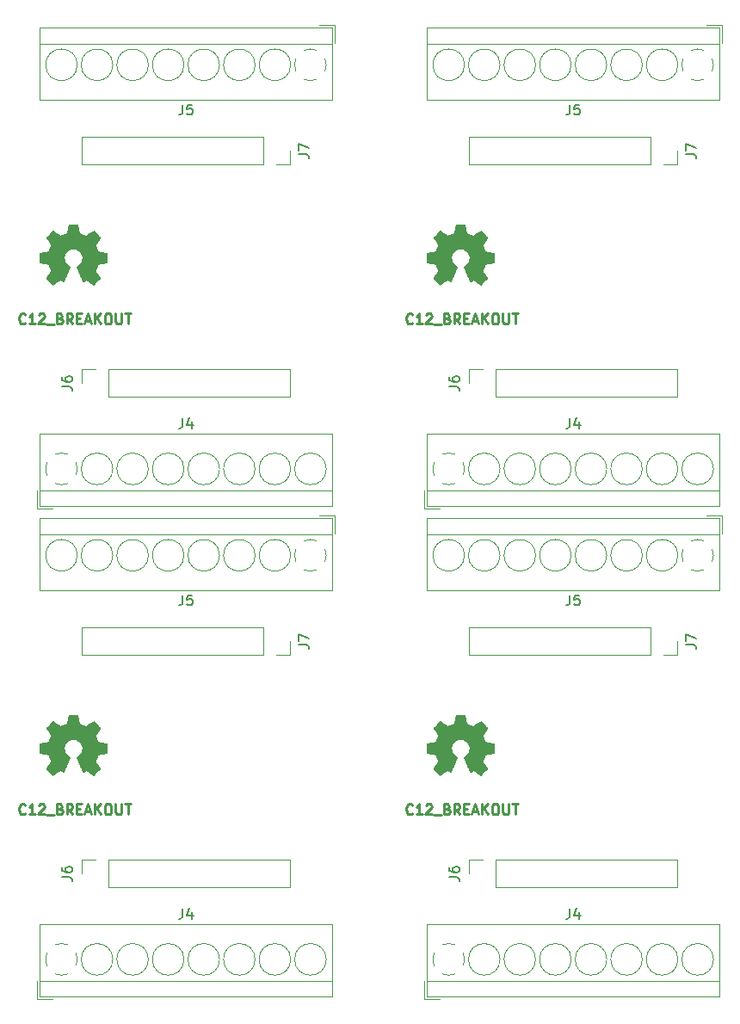
<source format=gbr>
G04 #@! TF.GenerationSoftware,KiCad,Pcbnew,5.1.5+dfsg1-2build2*
G04 #@! TF.CreationDate,2021-06-10T17:54:38-05:00*
G04 #@! TF.ProjectId,,58585858-5858-4585-9858-585858585858,rev?*
G04 #@! TF.SameCoordinates,Original*
G04 #@! TF.FileFunction,Legend,Top*
G04 #@! TF.FilePolarity,Positive*
%FSLAX46Y46*%
G04 Gerber Fmt 4.6, Leading zero omitted, Abs format (unit mm)*
G04 Created by KiCad (PCBNEW 5.1.5+dfsg1-2build2) date 2021-06-10 17:54:38*
%MOMM*%
%LPD*%
G04 APERTURE LIST*
%ADD10C,0.250000*%
%ADD11C,0.120000*%
%ADD12C,0.010000*%
%ADD13C,0.150000*%
G04 APERTURE END LIST*
D10*
X145915666Y-134977142D02*
X145868047Y-135024761D01*
X145725190Y-135072380D01*
X145629952Y-135072380D01*
X145487095Y-135024761D01*
X145391857Y-134929523D01*
X145344238Y-134834285D01*
X145296619Y-134643809D01*
X145296619Y-134500952D01*
X145344238Y-134310476D01*
X145391857Y-134215238D01*
X145487095Y-134120000D01*
X145629952Y-134072380D01*
X145725190Y-134072380D01*
X145868047Y-134120000D01*
X145915666Y-134167619D01*
X146868047Y-135072380D02*
X146296619Y-135072380D01*
X146582333Y-135072380D02*
X146582333Y-134072380D01*
X146487095Y-134215238D01*
X146391857Y-134310476D01*
X146296619Y-134358095D01*
X147249000Y-134167619D02*
X147296619Y-134120000D01*
X147391857Y-134072380D01*
X147629952Y-134072380D01*
X147725190Y-134120000D01*
X147772809Y-134167619D01*
X147820428Y-134262857D01*
X147820428Y-134358095D01*
X147772809Y-134500952D01*
X147201380Y-135072380D01*
X147820428Y-135072380D01*
X148010904Y-135167619D02*
X148772809Y-135167619D01*
X149344238Y-134548571D02*
X149487095Y-134596190D01*
X149534714Y-134643809D01*
X149582333Y-134739047D01*
X149582333Y-134881904D01*
X149534714Y-134977142D01*
X149487095Y-135024761D01*
X149391857Y-135072380D01*
X149010904Y-135072380D01*
X149010904Y-134072380D01*
X149344238Y-134072380D01*
X149439476Y-134120000D01*
X149487095Y-134167619D01*
X149534714Y-134262857D01*
X149534714Y-134358095D01*
X149487095Y-134453333D01*
X149439476Y-134500952D01*
X149344238Y-134548571D01*
X149010904Y-134548571D01*
X150582333Y-135072380D02*
X150249000Y-134596190D01*
X150010904Y-135072380D02*
X150010904Y-134072380D01*
X150391857Y-134072380D01*
X150487095Y-134120000D01*
X150534714Y-134167619D01*
X150582333Y-134262857D01*
X150582333Y-134405714D01*
X150534714Y-134500952D01*
X150487095Y-134548571D01*
X150391857Y-134596190D01*
X150010904Y-134596190D01*
X151010904Y-134548571D02*
X151344238Y-134548571D01*
X151487095Y-135072380D02*
X151010904Y-135072380D01*
X151010904Y-134072380D01*
X151487095Y-134072380D01*
X151868047Y-134786666D02*
X152344238Y-134786666D01*
X151772809Y-135072380D02*
X152106142Y-134072380D01*
X152439476Y-135072380D01*
X152772809Y-135072380D02*
X152772809Y-134072380D01*
X153344238Y-135072380D02*
X152915666Y-134500952D01*
X153344238Y-134072380D02*
X152772809Y-134643809D01*
X153963285Y-134072380D02*
X154153761Y-134072380D01*
X154249000Y-134120000D01*
X154344238Y-134215238D01*
X154391857Y-134405714D01*
X154391857Y-134739047D01*
X154344238Y-134929523D01*
X154249000Y-135024761D01*
X154153761Y-135072380D01*
X153963285Y-135072380D01*
X153868047Y-135024761D01*
X153772809Y-134929523D01*
X153725190Y-134739047D01*
X153725190Y-134405714D01*
X153772809Y-134215238D01*
X153868047Y-134120000D01*
X153963285Y-134072380D01*
X154820428Y-134072380D02*
X154820428Y-134881904D01*
X154868047Y-134977142D01*
X154915666Y-135024761D01*
X155010904Y-135072380D01*
X155201380Y-135072380D01*
X155296619Y-135024761D01*
X155344238Y-134977142D01*
X155391857Y-134881904D01*
X155391857Y-134072380D01*
X155725190Y-134072380D02*
X156296619Y-134072380D01*
X156010904Y-135072380D02*
X156010904Y-134072380D01*
X107815666Y-134977142D02*
X107768047Y-135024761D01*
X107625190Y-135072380D01*
X107529952Y-135072380D01*
X107387095Y-135024761D01*
X107291857Y-134929523D01*
X107244238Y-134834285D01*
X107196619Y-134643809D01*
X107196619Y-134500952D01*
X107244238Y-134310476D01*
X107291857Y-134215238D01*
X107387095Y-134120000D01*
X107529952Y-134072380D01*
X107625190Y-134072380D01*
X107768047Y-134120000D01*
X107815666Y-134167619D01*
X108768047Y-135072380D02*
X108196619Y-135072380D01*
X108482333Y-135072380D02*
X108482333Y-134072380D01*
X108387095Y-134215238D01*
X108291857Y-134310476D01*
X108196619Y-134358095D01*
X109149000Y-134167619D02*
X109196619Y-134120000D01*
X109291857Y-134072380D01*
X109529952Y-134072380D01*
X109625190Y-134120000D01*
X109672809Y-134167619D01*
X109720428Y-134262857D01*
X109720428Y-134358095D01*
X109672809Y-134500952D01*
X109101380Y-135072380D01*
X109720428Y-135072380D01*
X109910904Y-135167619D02*
X110672809Y-135167619D01*
X111244238Y-134548571D02*
X111387095Y-134596190D01*
X111434714Y-134643809D01*
X111482333Y-134739047D01*
X111482333Y-134881904D01*
X111434714Y-134977142D01*
X111387095Y-135024761D01*
X111291857Y-135072380D01*
X110910904Y-135072380D01*
X110910904Y-134072380D01*
X111244238Y-134072380D01*
X111339476Y-134120000D01*
X111387095Y-134167619D01*
X111434714Y-134262857D01*
X111434714Y-134358095D01*
X111387095Y-134453333D01*
X111339476Y-134500952D01*
X111244238Y-134548571D01*
X110910904Y-134548571D01*
X112482333Y-135072380D02*
X112149000Y-134596190D01*
X111910904Y-135072380D02*
X111910904Y-134072380D01*
X112291857Y-134072380D01*
X112387095Y-134120000D01*
X112434714Y-134167619D01*
X112482333Y-134262857D01*
X112482333Y-134405714D01*
X112434714Y-134500952D01*
X112387095Y-134548571D01*
X112291857Y-134596190D01*
X111910904Y-134596190D01*
X112910904Y-134548571D02*
X113244238Y-134548571D01*
X113387095Y-135072380D02*
X112910904Y-135072380D01*
X112910904Y-134072380D01*
X113387095Y-134072380D01*
X113768047Y-134786666D02*
X114244238Y-134786666D01*
X113672809Y-135072380D02*
X114006142Y-134072380D01*
X114339476Y-135072380D01*
X114672809Y-135072380D02*
X114672809Y-134072380D01*
X115244238Y-135072380D02*
X114815666Y-134500952D01*
X115244238Y-134072380D02*
X114672809Y-134643809D01*
X115863285Y-134072380D02*
X116053761Y-134072380D01*
X116149000Y-134120000D01*
X116244238Y-134215238D01*
X116291857Y-134405714D01*
X116291857Y-134739047D01*
X116244238Y-134929523D01*
X116149000Y-135024761D01*
X116053761Y-135072380D01*
X115863285Y-135072380D01*
X115768047Y-135024761D01*
X115672809Y-134929523D01*
X115625190Y-134739047D01*
X115625190Y-134405714D01*
X115672809Y-134215238D01*
X115768047Y-134120000D01*
X115863285Y-134072380D01*
X116720428Y-134072380D02*
X116720428Y-134881904D01*
X116768047Y-134977142D01*
X116815666Y-135024761D01*
X116910904Y-135072380D01*
X117101380Y-135072380D01*
X117196619Y-135024761D01*
X117244238Y-134977142D01*
X117291857Y-134881904D01*
X117291857Y-134072380D01*
X117625190Y-134072380D02*
X118196619Y-134072380D01*
X117910904Y-135072380D02*
X117910904Y-134072380D01*
X145915666Y-86717142D02*
X145868047Y-86764761D01*
X145725190Y-86812380D01*
X145629952Y-86812380D01*
X145487095Y-86764761D01*
X145391857Y-86669523D01*
X145344238Y-86574285D01*
X145296619Y-86383809D01*
X145296619Y-86240952D01*
X145344238Y-86050476D01*
X145391857Y-85955238D01*
X145487095Y-85860000D01*
X145629952Y-85812380D01*
X145725190Y-85812380D01*
X145868047Y-85860000D01*
X145915666Y-85907619D01*
X146868047Y-86812380D02*
X146296619Y-86812380D01*
X146582333Y-86812380D02*
X146582333Y-85812380D01*
X146487095Y-85955238D01*
X146391857Y-86050476D01*
X146296619Y-86098095D01*
X147249000Y-85907619D02*
X147296619Y-85860000D01*
X147391857Y-85812380D01*
X147629952Y-85812380D01*
X147725190Y-85860000D01*
X147772809Y-85907619D01*
X147820428Y-86002857D01*
X147820428Y-86098095D01*
X147772809Y-86240952D01*
X147201380Y-86812380D01*
X147820428Y-86812380D01*
X148010904Y-86907619D02*
X148772809Y-86907619D01*
X149344238Y-86288571D02*
X149487095Y-86336190D01*
X149534714Y-86383809D01*
X149582333Y-86479047D01*
X149582333Y-86621904D01*
X149534714Y-86717142D01*
X149487095Y-86764761D01*
X149391857Y-86812380D01*
X149010904Y-86812380D01*
X149010904Y-85812380D01*
X149344238Y-85812380D01*
X149439476Y-85860000D01*
X149487095Y-85907619D01*
X149534714Y-86002857D01*
X149534714Y-86098095D01*
X149487095Y-86193333D01*
X149439476Y-86240952D01*
X149344238Y-86288571D01*
X149010904Y-86288571D01*
X150582333Y-86812380D02*
X150249000Y-86336190D01*
X150010904Y-86812380D02*
X150010904Y-85812380D01*
X150391857Y-85812380D01*
X150487095Y-85860000D01*
X150534714Y-85907619D01*
X150582333Y-86002857D01*
X150582333Y-86145714D01*
X150534714Y-86240952D01*
X150487095Y-86288571D01*
X150391857Y-86336190D01*
X150010904Y-86336190D01*
X151010904Y-86288571D02*
X151344238Y-86288571D01*
X151487095Y-86812380D02*
X151010904Y-86812380D01*
X151010904Y-85812380D01*
X151487095Y-85812380D01*
X151868047Y-86526666D02*
X152344238Y-86526666D01*
X151772809Y-86812380D02*
X152106142Y-85812380D01*
X152439476Y-86812380D01*
X152772809Y-86812380D02*
X152772809Y-85812380D01*
X153344238Y-86812380D02*
X152915666Y-86240952D01*
X153344238Y-85812380D02*
X152772809Y-86383809D01*
X153963285Y-85812380D02*
X154153761Y-85812380D01*
X154249000Y-85860000D01*
X154344238Y-85955238D01*
X154391857Y-86145714D01*
X154391857Y-86479047D01*
X154344238Y-86669523D01*
X154249000Y-86764761D01*
X154153761Y-86812380D01*
X153963285Y-86812380D01*
X153868047Y-86764761D01*
X153772809Y-86669523D01*
X153725190Y-86479047D01*
X153725190Y-86145714D01*
X153772809Y-85955238D01*
X153868047Y-85860000D01*
X153963285Y-85812380D01*
X154820428Y-85812380D02*
X154820428Y-86621904D01*
X154868047Y-86717142D01*
X154915666Y-86764761D01*
X155010904Y-86812380D01*
X155201380Y-86812380D01*
X155296619Y-86764761D01*
X155344238Y-86717142D01*
X155391857Y-86621904D01*
X155391857Y-85812380D01*
X155725190Y-85812380D02*
X156296619Y-85812380D01*
X156010904Y-86812380D02*
X156010904Y-85812380D01*
X107815666Y-86717142D02*
X107768047Y-86764761D01*
X107625190Y-86812380D01*
X107529952Y-86812380D01*
X107387095Y-86764761D01*
X107291857Y-86669523D01*
X107244238Y-86574285D01*
X107196619Y-86383809D01*
X107196619Y-86240952D01*
X107244238Y-86050476D01*
X107291857Y-85955238D01*
X107387095Y-85860000D01*
X107529952Y-85812380D01*
X107625190Y-85812380D01*
X107768047Y-85860000D01*
X107815666Y-85907619D01*
X108768047Y-86812380D02*
X108196619Y-86812380D01*
X108482333Y-86812380D02*
X108482333Y-85812380D01*
X108387095Y-85955238D01*
X108291857Y-86050476D01*
X108196619Y-86098095D01*
X109149000Y-85907619D02*
X109196619Y-85860000D01*
X109291857Y-85812380D01*
X109529952Y-85812380D01*
X109625190Y-85860000D01*
X109672809Y-85907619D01*
X109720428Y-86002857D01*
X109720428Y-86098095D01*
X109672809Y-86240952D01*
X109101380Y-86812380D01*
X109720428Y-86812380D01*
X109910904Y-86907619D02*
X110672809Y-86907619D01*
X111244238Y-86288571D02*
X111387095Y-86336190D01*
X111434714Y-86383809D01*
X111482333Y-86479047D01*
X111482333Y-86621904D01*
X111434714Y-86717142D01*
X111387095Y-86764761D01*
X111291857Y-86812380D01*
X110910904Y-86812380D01*
X110910904Y-85812380D01*
X111244238Y-85812380D01*
X111339476Y-85860000D01*
X111387095Y-85907619D01*
X111434714Y-86002857D01*
X111434714Y-86098095D01*
X111387095Y-86193333D01*
X111339476Y-86240952D01*
X111244238Y-86288571D01*
X110910904Y-86288571D01*
X112482333Y-86812380D02*
X112149000Y-86336190D01*
X111910904Y-86812380D02*
X111910904Y-85812380D01*
X112291857Y-85812380D01*
X112387095Y-85860000D01*
X112434714Y-85907619D01*
X112482333Y-86002857D01*
X112482333Y-86145714D01*
X112434714Y-86240952D01*
X112387095Y-86288571D01*
X112291857Y-86336190D01*
X111910904Y-86336190D01*
X112910904Y-86288571D02*
X113244238Y-86288571D01*
X113387095Y-86812380D02*
X112910904Y-86812380D01*
X112910904Y-85812380D01*
X113387095Y-85812380D01*
X113768047Y-86526666D02*
X114244238Y-86526666D01*
X113672809Y-86812380D02*
X114006142Y-85812380D01*
X114339476Y-86812380D01*
X114672809Y-86812380D02*
X114672809Y-85812380D01*
X115244238Y-86812380D02*
X114815666Y-86240952D01*
X115244238Y-85812380D02*
X114672809Y-86383809D01*
X115863285Y-85812380D02*
X116053761Y-85812380D01*
X116149000Y-85860000D01*
X116244238Y-85955238D01*
X116291857Y-86145714D01*
X116291857Y-86479047D01*
X116244238Y-86669523D01*
X116149000Y-86764761D01*
X116053761Y-86812380D01*
X115863285Y-86812380D01*
X115768047Y-86764761D01*
X115672809Y-86669523D01*
X115625190Y-86479047D01*
X115625190Y-86145714D01*
X115672809Y-85955238D01*
X115768047Y-85860000D01*
X115863285Y-85812380D01*
X116720428Y-85812380D02*
X116720428Y-86621904D01*
X116768047Y-86717142D01*
X116815666Y-86764761D01*
X116910904Y-86812380D01*
X117101380Y-86812380D01*
X117196619Y-86764761D01*
X117244238Y-86717142D01*
X117291857Y-86621904D01*
X117291857Y-85812380D01*
X117625190Y-85812380D02*
X118196619Y-85812380D01*
X117910904Y-86812380D02*
X117910904Y-85812380D01*
D11*
X169352000Y-116714000D02*
X169352000Y-119374000D01*
X169352000Y-116714000D02*
X151512000Y-116714000D01*
X151512000Y-116714000D02*
X151512000Y-119374000D01*
X169352000Y-119374000D02*
X151512000Y-119374000D01*
X171952000Y-119374000D02*
X170622000Y-119374000D01*
X171952000Y-118044000D02*
X171952000Y-119374000D01*
X131252000Y-116714000D02*
X131252000Y-119374000D01*
X131252000Y-116714000D02*
X113412000Y-116714000D01*
X113412000Y-116714000D02*
X113412000Y-119374000D01*
X131252000Y-119374000D02*
X113412000Y-119374000D01*
X133852000Y-119374000D02*
X132522000Y-119374000D01*
X133852000Y-118044000D02*
X133852000Y-119374000D01*
X169352000Y-68454000D02*
X169352000Y-71114000D01*
X169352000Y-68454000D02*
X151512000Y-68454000D01*
X151512000Y-68454000D02*
X151512000Y-71114000D01*
X169352000Y-71114000D02*
X151512000Y-71114000D01*
X171952000Y-71114000D02*
X170622000Y-71114000D01*
X171952000Y-69784000D02*
X171952000Y-71114000D01*
D12*
G36*
X151177814Y-125738931D02*
G01*
X151261635Y-126183555D01*
X151570920Y-126311053D01*
X151880206Y-126438551D01*
X152251246Y-126186246D01*
X152355157Y-126115996D01*
X152449087Y-126053272D01*
X152528652Y-126000938D01*
X152589470Y-125961857D01*
X152627157Y-125938893D01*
X152637421Y-125933942D01*
X152655910Y-125946676D01*
X152695420Y-125981882D01*
X152751522Y-126035062D01*
X152819787Y-126101718D01*
X152895786Y-126177354D01*
X152975092Y-126257472D01*
X153053275Y-126337574D01*
X153125907Y-126413164D01*
X153188559Y-126479745D01*
X153236803Y-126532818D01*
X153266210Y-126567887D01*
X153273241Y-126579623D01*
X153263123Y-126601260D01*
X153234759Y-126648662D01*
X153191129Y-126717193D01*
X153135218Y-126802215D01*
X153070006Y-126899093D01*
X153032219Y-126954350D01*
X152963343Y-127055248D01*
X152902140Y-127146299D01*
X152851578Y-127222970D01*
X152814628Y-127280728D01*
X152794258Y-127315043D01*
X152791197Y-127322254D01*
X152798136Y-127342748D01*
X152817051Y-127390513D01*
X152845087Y-127458832D01*
X152879391Y-127540989D01*
X152917109Y-127630270D01*
X152955387Y-127719958D01*
X152991370Y-127803338D01*
X153022206Y-127873694D01*
X153045039Y-127924310D01*
X153057017Y-127948471D01*
X153057724Y-127949422D01*
X153076531Y-127954036D01*
X153126618Y-127964328D01*
X153202793Y-127979287D01*
X153299865Y-127997901D01*
X153412643Y-128019159D01*
X153478442Y-128031418D01*
X153598950Y-128054362D01*
X153707797Y-128076195D01*
X153799476Y-128095722D01*
X153868481Y-128111748D01*
X153909304Y-128123079D01*
X153917511Y-128126674D01*
X153925548Y-128151006D01*
X153932033Y-128205959D01*
X153936970Y-128285108D01*
X153940364Y-128382026D01*
X153942218Y-128490287D01*
X153942538Y-128603465D01*
X153941327Y-128715135D01*
X153938590Y-128818868D01*
X153934331Y-128908241D01*
X153928555Y-128976826D01*
X153921267Y-129018197D01*
X153916895Y-129026810D01*
X153890764Y-129037133D01*
X153835393Y-129051892D01*
X153758107Y-129069352D01*
X153666230Y-129087780D01*
X153634158Y-129093741D01*
X153479524Y-129122066D01*
X153357375Y-129144876D01*
X153263673Y-129163080D01*
X153194384Y-129177583D01*
X153145471Y-129189292D01*
X153112897Y-129199115D01*
X153092628Y-129207956D01*
X153080626Y-129216724D01*
X153078947Y-129218457D01*
X153062184Y-129246371D01*
X153036614Y-129300695D01*
X153004788Y-129374777D01*
X152969260Y-129461965D01*
X152932583Y-129555608D01*
X152897311Y-129649052D01*
X152865996Y-129735647D01*
X152841193Y-129808740D01*
X152825454Y-129861678D01*
X152821332Y-129887811D01*
X152821676Y-129888726D01*
X152835641Y-129910086D01*
X152867322Y-129957084D01*
X152913391Y-130024827D01*
X152970518Y-130108423D01*
X153035373Y-130202982D01*
X153053843Y-130229854D01*
X153119699Y-130327275D01*
X153177650Y-130416163D01*
X153224538Y-130491412D01*
X153257207Y-130547920D01*
X153272500Y-130580581D01*
X153273241Y-130584593D01*
X153260392Y-130605684D01*
X153224888Y-130647464D01*
X153171293Y-130705445D01*
X153104171Y-130775135D01*
X153028087Y-130852045D01*
X152947604Y-130931683D01*
X152867287Y-131009561D01*
X152791699Y-131081186D01*
X152725405Y-131142070D01*
X152672969Y-131187721D01*
X152638955Y-131213650D01*
X152629545Y-131217883D01*
X152607643Y-131207912D01*
X152562800Y-131181020D01*
X152502321Y-131141736D01*
X152455789Y-131110117D01*
X152371475Y-131052098D01*
X152271626Y-130983784D01*
X152171473Y-130915579D01*
X152117627Y-130879075D01*
X151935371Y-130755800D01*
X151782381Y-130838520D01*
X151712682Y-130874759D01*
X151653414Y-130902926D01*
X151613311Y-130918991D01*
X151603103Y-130921226D01*
X151590829Y-130904722D01*
X151566613Y-130858082D01*
X151532263Y-130785609D01*
X151489588Y-130691606D01*
X151440394Y-130580374D01*
X151386490Y-130456215D01*
X151329684Y-130323432D01*
X151271782Y-130186327D01*
X151214593Y-130049202D01*
X151159924Y-129916358D01*
X151109584Y-129792098D01*
X151065380Y-129680725D01*
X151029119Y-129586539D01*
X151002609Y-129513844D01*
X150987658Y-129466941D01*
X150985254Y-129450833D01*
X151004311Y-129430286D01*
X151046036Y-129396933D01*
X151101706Y-129357702D01*
X151106378Y-129354599D01*
X151250264Y-129239423D01*
X151366283Y-129105053D01*
X151453430Y-128955784D01*
X151510699Y-128795913D01*
X151537086Y-128629737D01*
X151531585Y-128461552D01*
X151493190Y-128295655D01*
X151420895Y-128136342D01*
X151399626Y-128101487D01*
X151288996Y-127960737D01*
X151158302Y-127847714D01*
X151012064Y-127763003D01*
X150854808Y-127707194D01*
X150691057Y-127680874D01*
X150525333Y-127684630D01*
X150362162Y-127719050D01*
X150206065Y-127784723D01*
X150061567Y-127882235D01*
X150016869Y-127921813D01*
X149903112Y-128045703D01*
X149820218Y-128176124D01*
X149763356Y-128322315D01*
X149731687Y-128467088D01*
X149723869Y-128629860D01*
X149749938Y-128793440D01*
X149807245Y-128952298D01*
X149893144Y-129100906D01*
X150004986Y-129233735D01*
X150140123Y-129345256D01*
X150157883Y-129357011D01*
X150214150Y-129395508D01*
X150256923Y-129428863D01*
X150277372Y-129450160D01*
X150277669Y-129450833D01*
X150273279Y-129473871D01*
X150255876Y-129526157D01*
X150227268Y-129603390D01*
X150189265Y-129701268D01*
X150143674Y-129815491D01*
X150092303Y-129941758D01*
X150036962Y-130075767D01*
X149979458Y-130213218D01*
X149921601Y-130349808D01*
X149865198Y-130481237D01*
X149812058Y-130603205D01*
X149763990Y-130711409D01*
X149722801Y-130801549D01*
X149690301Y-130869323D01*
X149668297Y-130910430D01*
X149659436Y-130921226D01*
X149632360Y-130912819D01*
X149581697Y-130890272D01*
X149516183Y-130857613D01*
X149480159Y-130838520D01*
X149327168Y-130755800D01*
X149144912Y-130879075D01*
X149051875Y-130942228D01*
X148950015Y-131011727D01*
X148854562Y-131077165D01*
X148806750Y-131110117D01*
X148739505Y-131155273D01*
X148682564Y-131191057D01*
X148643354Y-131212938D01*
X148630619Y-131217563D01*
X148612083Y-131205085D01*
X148571059Y-131170252D01*
X148511525Y-131116678D01*
X148437458Y-131047983D01*
X148352835Y-130967781D01*
X148299315Y-130916286D01*
X148205681Y-130824286D01*
X148124759Y-130741999D01*
X148059823Y-130672945D01*
X148014142Y-130620644D01*
X147990989Y-130588616D01*
X147988768Y-130582116D01*
X147999076Y-130557394D01*
X148027561Y-130507405D01*
X148071063Y-130437212D01*
X148126423Y-130351875D01*
X148190480Y-130256456D01*
X148208697Y-130229854D01*
X148275073Y-130133167D01*
X148334622Y-130046117D01*
X148384016Y-129973595D01*
X148419925Y-129920493D01*
X148439019Y-129891703D01*
X148440864Y-129888726D01*
X148438105Y-129865782D01*
X148423462Y-129815336D01*
X148399487Y-129744041D01*
X148368734Y-129658547D01*
X148333756Y-129565507D01*
X148297107Y-129471574D01*
X148261339Y-129383399D01*
X148229006Y-129307634D01*
X148202662Y-129250931D01*
X148184858Y-129219943D01*
X148183593Y-129218457D01*
X148172706Y-129209601D01*
X148154318Y-129200843D01*
X148124394Y-129191277D01*
X148078897Y-129179996D01*
X148013791Y-129166093D01*
X147925039Y-129148663D01*
X147808607Y-129126798D01*
X147660458Y-129099591D01*
X147628382Y-129093741D01*
X147533314Y-129075374D01*
X147450435Y-129057405D01*
X147387070Y-129041569D01*
X147350542Y-129029600D01*
X147345644Y-129026810D01*
X147337573Y-129002072D01*
X147331013Y-128946790D01*
X147325967Y-128867389D01*
X147322441Y-128770296D01*
X147320439Y-128661938D01*
X147319964Y-128548740D01*
X147321023Y-128437128D01*
X147323618Y-128333529D01*
X147327754Y-128244368D01*
X147333437Y-128176072D01*
X147340669Y-128135066D01*
X147345029Y-128126674D01*
X147369302Y-128118208D01*
X147424574Y-128104435D01*
X147505338Y-128086550D01*
X147606088Y-128065748D01*
X147721317Y-128043223D01*
X147784098Y-128031418D01*
X147903213Y-128009151D01*
X148009435Y-127988979D01*
X148097573Y-127971915D01*
X148162434Y-127958969D01*
X148198826Y-127951155D01*
X148204816Y-127949422D01*
X148214939Y-127929890D01*
X148236338Y-127882843D01*
X148266161Y-127815003D01*
X148301555Y-127733091D01*
X148339668Y-127643828D01*
X148377647Y-127553935D01*
X148412640Y-127470135D01*
X148441794Y-127399147D01*
X148462257Y-127347694D01*
X148471177Y-127322497D01*
X148471343Y-127321396D01*
X148461231Y-127301519D01*
X148432883Y-127255777D01*
X148389277Y-127188717D01*
X148333394Y-127104884D01*
X148268213Y-127008826D01*
X148230321Y-126953650D01*
X148161275Y-126852481D01*
X148099950Y-126760630D01*
X148049337Y-126682744D01*
X148012429Y-126623469D01*
X147992218Y-126587451D01*
X147989299Y-126579377D01*
X148001847Y-126560584D01*
X148036537Y-126520457D01*
X148088937Y-126463493D01*
X148154616Y-126394185D01*
X148229144Y-126317031D01*
X148308087Y-126236525D01*
X148387017Y-126157163D01*
X148461500Y-126083440D01*
X148527106Y-126019852D01*
X148579404Y-125970894D01*
X148613961Y-125941061D01*
X148625522Y-125933942D01*
X148644346Y-125943953D01*
X148689369Y-125972078D01*
X148756213Y-126015454D01*
X148840501Y-126071218D01*
X148937856Y-126136506D01*
X149011293Y-126186246D01*
X149382333Y-126438551D01*
X150000905Y-126183555D01*
X150084725Y-125738931D01*
X150168546Y-125294307D01*
X151093994Y-125294307D01*
X151177814Y-125738931D01*
G37*
X151177814Y-125738931D02*
X151261635Y-126183555D01*
X151570920Y-126311053D01*
X151880206Y-126438551D01*
X152251246Y-126186246D01*
X152355157Y-126115996D01*
X152449087Y-126053272D01*
X152528652Y-126000938D01*
X152589470Y-125961857D01*
X152627157Y-125938893D01*
X152637421Y-125933942D01*
X152655910Y-125946676D01*
X152695420Y-125981882D01*
X152751522Y-126035062D01*
X152819787Y-126101718D01*
X152895786Y-126177354D01*
X152975092Y-126257472D01*
X153053275Y-126337574D01*
X153125907Y-126413164D01*
X153188559Y-126479745D01*
X153236803Y-126532818D01*
X153266210Y-126567887D01*
X153273241Y-126579623D01*
X153263123Y-126601260D01*
X153234759Y-126648662D01*
X153191129Y-126717193D01*
X153135218Y-126802215D01*
X153070006Y-126899093D01*
X153032219Y-126954350D01*
X152963343Y-127055248D01*
X152902140Y-127146299D01*
X152851578Y-127222970D01*
X152814628Y-127280728D01*
X152794258Y-127315043D01*
X152791197Y-127322254D01*
X152798136Y-127342748D01*
X152817051Y-127390513D01*
X152845087Y-127458832D01*
X152879391Y-127540989D01*
X152917109Y-127630270D01*
X152955387Y-127719958D01*
X152991370Y-127803338D01*
X153022206Y-127873694D01*
X153045039Y-127924310D01*
X153057017Y-127948471D01*
X153057724Y-127949422D01*
X153076531Y-127954036D01*
X153126618Y-127964328D01*
X153202793Y-127979287D01*
X153299865Y-127997901D01*
X153412643Y-128019159D01*
X153478442Y-128031418D01*
X153598950Y-128054362D01*
X153707797Y-128076195D01*
X153799476Y-128095722D01*
X153868481Y-128111748D01*
X153909304Y-128123079D01*
X153917511Y-128126674D01*
X153925548Y-128151006D01*
X153932033Y-128205959D01*
X153936970Y-128285108D01*
X153940364Y-128382026D01*
X153942218Y-128490287D01*
X153942538Y-128603465D01*
X153941327Y-128715135D01*
X153938590Y-128818868D01*
X153934331Y-128908241D01*
X153928555Y-128976826D01*
X153921267Y-129018197D01*
X153916895Y-129026810D01*
X153890764Y-129037133D01*
X153835393Y-129051892D01*
X153758107Y-129069352D01*
X153666230Y-129087780D01*
X153634158Y-129093741D01*
X153479524Y-129122066D01*
X153357375Y-129144876D01*
X153263673Y-129163080D01*
X153194384Y-129177583D01*
X153145471Y-129189292D01*
X153112897Y-129199115D01*
X153092628Y-129207956D01*
X153080626Y-129216724D01*
X153078947Y-129218457D01*
X153062184Y-129246371D01*
X153036614Y-129300695D01*
X153004788Y-129374777D01*
X152969260Y-129461965D01*
X152932583Y-129555608D01*
X152897311Y-129649052D01*
X152865996Y-129735647D01*
X152841193Y-129808740D01*
X152825454Y-129861678D01*
X152821332Y-129887811D01*
X152821676Y-129888726D01*
X152835641Y-129910086D01*
X152867322Y-129957084D01*
X152913391Y-130024827D01*
X152970518Y-130108423D01*
X153035373Y-130202982D01*
X153053843Y-130229854D01*
X153119699Y-130327275D01*
X153177650Y-130416163D01*
X153224538Y-130491412D01*
X153257207Y-130547920D01*
X153272500Y-130580581D01*
X153273241Y-130584593D01*
X153260392Y-130605684D01*
X153224888Y-130647464D01*
X153171293Y-130705445D01*
X153104171Y-130775135D01*
X153028087Y-130852045D01*
X152947604Y-130931683D01*
X152867287Y-131009561D01*
X152791699Y-131081186D01*
X152725405Y-131142070D01*
X152672969Y-131187721D01*
X152638955Y-131213650D01*
X152629545Y-131217883D01*
X152607643Y-131207912D01*
X152562800Y-131181020D01*
X152502321Y-131141736D01*
X152455789Y-131110117D01*
X152371475Y-131052098D01*
X152271626Y-130983784D01*
X152171473Y-130915579D01*
X152117627Y-130879075D01*
X151935371Y-130755800D01*
X151782381Y-130838520D01*
X151712682Y-130874759D01*
X151653414Y-130902926D01*
X151613311Y-130918991D01*
X151603103Y-130921226D01*
X151590829Y-130904722D01*
X151566613Y-130858082D01*
X151532263Y-130785609D01*
X151489588Y-130691606D01*
X151440394Y-130580374D01*
X151386490Y-130456215D01*
X151329684Y-130323432D01*
X151271782Y-130186327D01*
X151214593Y-130049202D01*
X151159924Y-129916358D01*
X151109584Y-129792098D01*
X151065380Y-129680725D01*
X151029119Y-129586539D01*
X151002609Y-129513844D01*
X150987658Y-129466941D01*
X150985254Y-129450833D01*
X151004311Y-129430286D01*
X151046036Y-129396933D01*
X151101706Y-129357702D01*
X151106378Y-129354599D01*
X151250264Y-129239423D01*
X151366283Y-129105053D01*
X151453430Y-128955784D01*
X151510699Y-128795913D01*
X151537086Y-128629737D01*
X151531585Y-128461552D01*
X151493190Y-128295655D01*
X151420895Y-128136342D01*
X151399626Y-128101487D01*
X151288996Y-127960737D01*
X151158302Y-127847714D01*
X151012064Y-127763003D01*
X150854808Y-127707194D01*
X150691057Y-127680874D01*
X150525333Y-127684630D01*
X150362162Y-127719050D01*
X150206065Y-127784723D01*
X150061567Y-127882235D01*
X150016869Y-127921813D01*
X149903112Y-128045703D01*
X149820218Y-128176124D01*
X149763356Y-128322315D01*
X149731687Y-128467088D01*
X149723869Y-128629860D01*
X149749938Y-128793440D01*
X149807245Y-128952298D01*
X149893144Y-129100906D01*
X150004986Y-129233735D01*
X150140123Y-129345256D01*
X150157883Y-129357011D01*
X150214150Y-129395508D01*
X150256923Y-129428863D01*
X150277372Y-129450160D01*
X150277669Y-129450833D01*
X150273279Y-129473871D01*
X150255876Y-129526157D01*
X150227268Y-129603390D01*
X150189265Y-129701268D01*
X150143674Y-129815491D01*
X150092303Y-129941758D01*
X150036962Y-130075767D01*
X149979458Y-130213218D01*
X149921601Y-130349808D01*
X149865198Y-130481237D01*
X149812058Y-130603205D01*
X149763990Y-130711409D01*
X149722801Y-130801549D01*
X149690301Y-130869323D01*
X149668297Y-130910430D01*
X149659436Y-130921226D01*
X149632360Y-130912819D01*
X149581697Y-130890272D01*
X149516183Y-130857613D01*
X149480159Y-130838520D01*
X149327168Y-130755800D01*
X149144912Y-130879075D01*
X149051875Y-130942228D01*
X148950015Y-131011727D01*
X148854562Y-131077165D01*
X148806750Y-131110117D01*
X148739505Y-131155273D01*
X148682564Y-131191057D01*
X148643354Y-131212938D01*
X148630619Y-131217563D01*
X148612083Y-131205085D01*
X148571059Y-131170252D01*
X148511525Y-131116678D01*
X148437458Y-131047983D01*
X148352835Y-130967781D01*
X148299315Y-130916286D01*
X148205681Y-130824286D01*
X148124759Y-130741999D01*
X148059823Y-130672945D01*
X148014142Y-130620644D01*
X147990989Y-130588616D01*
X147988768Y-130582116D01*
X147999076Y-130557394D01*
X148027561Y-130507405D01*
X148071063Y-130437212D01*
X148126423Y-130351875D01*
X148190480Y-130256456D01*
X148208697Y-130229854D01*
X148275073Y-130133167D01*
X148334622Y-130046117D01*
X148384016Y-129973595D01*
X148419925Y-129920493D01*
X148439019Y-129891703D01*
X148440864Y-129888726D01*
X148438105Y-129865782D01*
X148423462Y-129815336D01*
X148399487Y-129744041D01*
X148368734Y-129658547D01*
X148333756Y-129565507D01*
X148297107Y-129471574D01*
X148261339Y-129383399D01*
X148229006Y-129307634D01*
X148202662Y-129250931D01*
X148184858Y-129219943D01*
X148183593Y-129218457D01*
X148172706Y-129209601D01*
X148154318Y-129200843D01*
X148124394Y-129191277D01*
X148078897Y-129179996D01*
X148013791Y-129166093D01*
X147925039Y-129148663D01*
X147808607Y-129126798D01*
X147660458Y-129099591D01*
X147628382Y-129093741D01*
X147533314Y-129075374D01*
X147450435Y-129057405D01*
X147387070Y-129041569D01*
X147350542Y-129029600D01*
X147345644Y-129026810D01*
X147337573Y-129002072D01*
X147331013Y-128946790D01*
X147325967Y-128867389D01*
X147322441Y-128770296D01*
X147320439Y-128661938D01*
X147319964Y-128548740D01*
X147321023Y-128437128D01*
X147323618Y-128333529D01*
X147327754Y-128244368D01*
X147333437Y-128176072D01*
X147340669Y-128135066D01*
X147345029Y-128126674D01*
X147369302Y-128118208D01*
X147424574Y-128104435D01*
X147505338Y-128086550D01*
X147606088Y-128065748D01*
X147721317Y-128043223D01*
X147784098Y-128031418D01*
X147903213Y-128009151D01*
X148009435Y-127988979D01*
X148097573Y-127971915D01*
X148162434Y-127958969D01*
X148198826Y-127951155D01*
X148204816Y-127949422D01*
X148214939Y-127929890D01*
X148236338Y-127882843D01*
X148266161Y-127815003D01*
X148301555Y-127733091D01*
X148339668Y-127643828D01*
X148377647Y-127553935D01*
X148412640Y-127470135D01*
X148441794Y-127399147D01*
X148462257Y-127347694D01*
X148471177Y-127322497D01*
X148471343Y-127321396D01*
X148461231Y-127301519D01*
X148432883Y-127255777D01*
X148389277Y-127188717D01*
X148333394Y-127104884D01*
X148268213Y-127008826D01*
X148230321Y-126953650D01*
X148161275Y-126852481D01*
X148099950Y-126760630D01*
X148049337Y-126682744D01*
X148012429Y-126623469D01*
X147992218Y-126587451D01*
X147989299Y-126579377D01*
X148001847Y-126560584D01*
X148036537Y-126520457D01*
X148088937Y-126463493D01*
X148154616Y-126394185D01*
X148229144Y-126317031D01*
X148308087Y-126236525D01*
X148387017Y-126157163D01*
X148461500Y-126083440D01*
X148527106Y-126019852D01*
X148579404Y-125970894D01*
X148613961Y-125941061D01*
X148625522Y-125933942D01*
X148644346Y-125943953D01*
X148689369Y-125972078D01*
X148756213Y-126015454D01*
X148840501Y-126071218D01*
X148937856Y-126136506D01*
X149011293Y-126186246D01*
X149382333Y-126438551D01*
X150000905Y-126183555D01*
X150084725Y-125738931D01*
X150168546Y-125294307D01*
X151093994Y-125294307D01*
X151177814Y-125738931D01*
G36*
X113077814Y-125738931D02*
G01*
X113161635Y-126183555D01*
X113470920Y-126311053D01*
X113780206Y-126438551D01*
X114151246Y-126186246D01*
X114255157Y-126115996D01*
X114349087Y-126053272D01*
X114428652Y-126000938D01*
X114489470Y-125961857D01*
X114527157Y-125938893D01*
X114537421Y-125933942D01*
X114555910Y-125946676D01*
X114595420Y-125981882D01*
X114651522Y-126035062D01*
X114719787Y-126101718D01*
X114795786Y-126177354D01*
X114875092Y-126257472D01*
X114953275Y-126337574D01*
X115025907Y-126413164D01*
X115088559Y-126479745D01*
X115136803Y-126532818D01*
X115166210Y-126567887D01*
X115173241Y-126579623D01*
X115163123Y-126601260D01*
X115134759Y-126648662D01*
X115091129Y-126717193D01*
X115035218Y-126802215D01*
X114970006Y-126899093D01*
X114932219Y-126954350D01*
X114863343Y-127055248D01*
X114802140Y-127146299D01*
X114751578Y-127222970D01*
X114714628Y-127280728D01*
X114694258Y-127315043D01*
X114691197Y-127322254D01*
X114698136Y-127342748D01*
X114717051Y-127390513D01*
X114745087Y-127458832D01*
X114779391Y-127540989D01*
X114817109Y-127630270D01*
X114855387Y-127719958D01*
X114891370Y-127803338D01*
X114922206Y-127873694D01*
X114945039Y-127924310D01*
X114957017Y-127948471D01*
X114957724Y-127949422D01*
X114976531Y-127954036D01*
X115026618Y-127964328D01*
X115102793Y-127979287D01*
X115199865Y-127997901D01*
X115312643Y-128019159D01*
X115378442Y-128031418D01*
X115498950Y-128054362D01*
X115607797Y-128076195D01*
X115699476Y-128095722D01*
X115768481Y-128111748D01*
X115809304Y-128123079D01*
X115817511Y-128126674D01*
X115825548Y-128151006D01*
X115832033Y-128205959D01*
X115836970Y-128285108D01*
X115840364Y-128382026D01*
X115842218Y-128490287D01*
X115842538Y-128603465D01*
X115841327Y-128715135D01*
X115838590Y-128818868D01*
X115834331Y-128908241D01*
X115828555Y-128976826D01*
X115821267Y-129018197D01*
X115816895Y-129026810D01*
X115790764Y-129037133D01*
X115735393Y-129051892D01*
X115658107Y-129069352D01*
X115566230Y-129087780D01*
X115534158Y-129093741D01*
X115379524Y-129122066D01*
X115257375Y-129144876D01*
X115163673Y-129163080D01*
X115094384Y-129177583D01*
X115045471Y-129189292D01*
X115012897Y-129199115D01*
X114992628Y-129207956D01*
X114980626Y-129216724D01*
X114978947Y-129218457D01*
X114962184Y-129246371D01*
X114936614Y-129300695D01*
X114904788Y-129374777D01*
X114869260Y-129461965D01*
X114832583Y-129555608D01*
X114797311Y-129649052D01*
X114765996Y-129735647D01*
X114741193Y-129808740D01*
X114725454Y-129861678D01*
X114721332Y-129887811D01*
X114721676Y-129888726D01*
X114735641Y-129910086D01*
X114767322Y-129957084D01*
X114813391Y-130024827D01*
X114870518Y-130108423D01*
X114935373Y-130202982D01*
X114953843Y-130229854D01*
X115019699Y-130327275D01*
X115077650Y-130416163D01*
X115124538Y-130491412D01*
X115157207Y-130547920D01*
X115172500Y-130580581D01*
X115173241Y-130584593D01*
X115160392Y-130605684D01*
X115124888Y-130647464D01*
X115071293Y-130705445D01*
X115004171Y-130775135D01*
X114928087Y-130852045D01*
X114847604Y-130931683D01*
X114767287Y-131009561D01*
X114691699Y-131081186D01*
X114625405Y-131142070D01*
X114572969Y-131187721D01*
X114538955Y-131213650D01*
X114529545Y-131217883D01*
X114507643Y-131207912D01*
X114462800Y-131181020D01*
X114402321Y-131141736D01*
X114355789Y-131110117D01*
X114271475Y-131052098D01*
X114171626Y-130983784D01*
X114071473Y-130915579D01*
X114017627Y-130879075D01*
X113835371Y-130755800D01*
X113682381Y-130838520D01*
X113612682Y-130874759D01*
X113553414Y-130902926D01*
X113513311Y-130918991D01*
X113503103Y-130921226D01*
X113490829Y-130904722D01*
X113466613Y-130858082D01*
X113432263Y-130785609D01*
X113389588Y-130691606D01*
X113340394Y-130580374D01*
X113286490Y-130456215D01*
X113229684Y-130323432D01*
X113171782Y-130186327D01*
X113114593Y-130049202D01*
X113059924Y-129916358D01*
X113009584Y-129792098D01*
X112965380Y-129680725D01*
X112929119Y-129586539D01*
X112902609Y-129513844D01*
X112887658Y-129466941D01*
X112885254Y-129450833D01*
X112904311Y-129430286D01*
X112946036Y-129396933D01*
X113001706Y-129357702D01*
X113006378Y-129354599D01*
X113150264Y-129239423D01*
X113266283Y-129105053D01*
X113353430Y-128955784D01*
X113410699Y-128795913D01*
X113437086Y-128629737D01*
X113431585Y-128461552D01*
X113393190Y-128295655D01*
X113320895Y-128136342D01*
X113299626Y-128101487D01*
X113188996Y-127960737D01*
X113058302Y-127847714D01*
X112912064Y-127763003D01*
X112754808Y-127707194D01*
X112591057Y-127680874D01*
X112425333Y-127684630D01*
X112262162Y-127719050D01*
X112106065Y-127784723D01*
X111961567Y-127882235D01*
X111916869Y-127921813D01*
X111803112Y-128045703D01*
X111720218Y-128176124D01*
X111663356Y-128322315D01*
X111631687Y-128467088D01*
X111623869Y-128629860D01*
X111649938Y-128793440D01*
X111707245Y-128952298D01*
X111793144Y-129100906D01*
X111904986Y-129233735D01*
X112040123Y-129345256D01*
X112057883Y-129357011D01*
X112114150Y-129395508D01*
X112156923Y-129428863D01*
X112177372Y-129450160D01*
X112177669Y-129450833D01*
X112173279Y-129473871D01*
X112155876Y-129526157D01*
X112127268Y-129603390D01*
X112089265Y-129701268D01*
X112043674Y-129815491D01*
X111992303Y-129941758D01*
X111936962Y-130075767D01*
X111879458Y-130213218D01*
X111821601Y-130349808D01*
X111765198Y-130481237D01*
X111712058Y-130603205D01*
X111663990Y-130711409D01*
X111622801Y-130801549D01*
X111590301Y-130869323D01*
X111568297Y-130910430D01*
X111559436Y-130921226D01*
X111532360Y-130912819D01*
X111481697Y-130890272D01*
X111416183Y-130857613D01*
X111380159Y-130838520D01*
X111227168Y-130755800D01*
X111044912Y-130879075D01*
X110951875Y-130942228D01*
X110850015Y-131011727D01*
X110754562Y-131077165D01*
X110706750Y-131110117D01*
X110639505Y-131155273D01*
X110582564Y-131191057D01*
X110543354Y-131212938D01*
X110530619Y-131217563D01*
X110512083Y-131205085D01*
X110471059Y-131170252D01*
X110411525Y-131116678D01*
X110337458Y-131047983D01*
X110252835Y-130967781D01*
X110199315Y-130916286D01*
X110105681Y-130824286D01*
X110024759Y-130741999D01*
X109959823Y-130672945D01*
X109914142Y-130620644D01*
X109890989Y-130588616D01*
X109888768Y-130582116D01*
X109899076Y-130557394D01*
X109927561Y-130507405D01*
X109971063Y-130437212D01*
X110026423Y-130351875D01*
X110090480Y-130256456D01*
X110108697Y-130229854D01*
X110175073Y-130133167D01*
X110234622Y-130046117D01*
X110284016Y-129973595D01*
X110319925Y-129920493D01*
X110339019Y-129891703D01*
X110340864Y-129888726D01*
X110338105Y-129865782D01*
X110323462Y-129815336D01*
X110299487Y-129744041D01*
X110268734Y-129658547D01*
X110233756Y-129565507D01*
X110197107Y-129471574D01*
X110161339Y-129383399D01*
X110129006Y-129307634D01*
X110102662Y-129250931D01*
X110084858Y-129219943D01*
X110083593Y-129218457D01*
X110072706Y-129209601D01*
X110054318Y-129200843D01*
X110024394Y-129191277D01*
X109978897Y-129179996D01*
X109913791Y-129166093D01*
X109825039Y-129148663D01*
X109708607Y-129126798D01*
X109560458Y-129099591D01*
X109528382Y-129093741D01*
X109433314Y-129075374D01*
X109350435Y-129057405D01*
X109287070Y-129041569D01*
X109250542Y-129029600D01*
X109245644Y-129026810D01*
X109237573Y-129002072D01*
X109231013Y-128946790D01*
X109225967Y-128867389D01*
X109222441Y-128770296D01*
X109220439Y-128661938D01*
X109219964Y-128548740D01*
X109221023Y-128437128D01*
X109223618Y-128333529D01*
X109227754Y-128244368D01*
X109233437Y-128176072D01*
X109240669Y-128135066D01*
X109245029Y-128126674D01*
X109269302Y-128118208D01*
X109324574Y-128104435D01*
X109405338Y-128086550D01*
X109506088Y-128065748D01*
X109621317Y-128043223D01*
X109684098Y-128031418D01*
X109803213Y-128009151D01*
X109909435Y-127988979D01*
X109997573Y-127971915D01*
X110062434Y-127958969D01*
X110098826Y-127951155D01*
X110104816Y-127949422D01*
X110114939Y-127929890D01*
X110136338Y-127882843D01*
X110166161Y-127815003D01*
X110201555Y-127733091D01*
X110239668Y-127643828D01*
X110277647Y-127553935D01*
X110312640Y-127470135D01*
X110341794Y-127399147D01*
X110362257Y-127347694D01*
X110371177Y-127322497D01*
X110371343Y-127321396D01*
X110361231Y-127301519D01*
X110332883Y-127255777D01*
X110289277Y-127188717D01*
X110233394Y-127104884D01*
X110168213Y-127008826D01*
X110130321Y-126953650D01*
X110061275Y-126852481D01*
X109999950Y-126760630D01*
X109949337Y-126682744D01*
X109912429Y-126623469D01*
X109892218Y-126587451D01*
X109889299Y-126579377D01*
X109901847Y-126560584D01*
X109936537Y-126520457D01*
X109988937Y-126463493D01*
X110054616Y-126394185D01*
X110129144Y-126317031D01*
X110208087Y-126236525D01*
X110287017Y-126157163D01*
X110361500Y-126083440D01*
X110427106Y-126019852D01*
X110479404Y-125970894D01*
X110513961Y-125941061D01*
X110525522Y-125933942D01*
X110544346Y-125943953D01*
X110589369Y-125972078D01*
X110656213Y-126015454D01*
X110740501Y-126071218D01*
X110837856Y-126136506D01*
X110911293Y-126186246D01*
X111282333Y-126438551D01*
X111900905Y-126183555D01*
X111984725Y-125738931D01*
X112068546Y-125294307D01*
X112993994Y-125294307D01*
X113077814Y-125738931D01*
G37*
X113077814Y-125738931D02*
X113161635Y-126183555D01*
X113470920Y-126311053D01*
X113780206Y-126438551D01*
X114151246Y-126186246D01*
X114255157Y-126115996D01*
X114349087Y-126053272D01*
X114428652Y-126000938D01*
X114489470Y-125961857D01*
X114527157Y-125938893D01*
X114537421Y-125933942D01*
X114555910Y-125946676D01*
X114595420Y-125981882D01*
X114651522Y-126035062D01*
X114719787Y-126101718D01*
X114795786Y-126177354D01*
X114875092Y-126257472D01*
X114953275Y-126337574D01*
X115025907Y-126413164D01*
X115088559Y-126479745D01*
X115136803Y-126532818D01*
X115166210Y-126567887D01*
X115173241Y-126579623D01*
X115163123Y-126601260D01*
X115134759Y-126648662D01*
X115091129Y-126717193D01*
X115035218Y-126802215D01*
X114970006Y-126899093D01*
X114932219Y-126954350D01*
X114863343Y-127055248D01*
X114802140Y-127146299D01*
X114751578Y-127222970D01*
X114714628Y-127280728D01*
X114694258Y-127315043D01*
X114691197Y-127322254D01*
X114698136Y-127342748D01*
X114717051Y-127390513D01*
X114745087Y-127458832D01*
X114779391Y-127540989D01*
X114817109Y-127630270D01*
X114855387Y-127719958D01*
X114891370Y-127803338D01*
X114922206Y-127873694D01*
X114945039Y-127924310D01*
X114957017Y-127948471D01*
X114957724Y-127949422D01*
X114976531Y-127954036D01*
X115026618Y-127964328D01*
X115102793Y-127979287D01*
X115199865Y-127997901D01*
X115312643Y-128019159D01*
X115378442Y-128031418D01*
X115498950Y-128054362D01*
X115607797Y-128076195D01*
X115699476Y-128095722D01*
X115768481Y-128111748D01*
X115809304Y-128123079D01*
X115817511Y-128126674D01*
X115825548Y-128151006D01*
X115832033Y-128205959D01*
X115836970Y-128285108D01*
X115840364Y-128382026D01*
X115842218Y-128490287D01*
X115842538Y-128603465D01*
X115841327Y-128715135D01*
X115838590Y-128818868D01*
X115834331Y-128908241D01*
X115828555Y-128976826D01*
X115821267Y-129018197D01*
X115816895Y-129026810D01*
X115790764Y-129037133D01*
X115735393Y-129051892D01*
X115658107Y-129069352D01*
X115566230Y-129087780D01*
X115534158Y-129093741D01*
X115379524Y-129122066D01*
X115257375Y-129144876D01*
X115163673Y-129163080D01*
X115094384Y-129177583D01*
X115045471Y-129189292D01*
X115012897Y-129199115D01*
X114992628Y-129207956D01*
X114980626Y-129216724D01*
X114978947Y-129218457D01*
X114962184Y-129246371D01*
X114936614Y-129300695D01*
X114904788Y-129374777D01*
X114869260Y-129461965D01*
X114832583Y-129555608D01*
X114797311Y-129649052D01*
X114765996Y-129735647D01*
X114741193Y-129808740D01*
X114725454Y-129861678D01*
X114721332Y-129887811D01*
X114721676Y-129888726D01*
X114735641Y-129910086D01*
X114767322Y-129957084D01*
X114813391Y-130024827D01*
X114870518Y-130108423D01*
X114935373Y-130202982D01*
X114953843Y-130229854D01*
X115019699Y-130327275D01*
X115077650Y-130416163D01*
X115124538Y-130491412D01*
X115157207Y-130547920D01*
X115172500Y-130580581D01*
X115173241Y-130584593D01*
X115160392Y-130605684D01*
X115124888Y-130647464D01*
X115071293Y-130705445D01*
X115004171Y-130775135D01*
X114928087Y-130852045D01*
X114847604Y-130931683D01*
X114767287Y-131009561D01*
X114691699Y-131081186D01*
X114625405Y-131142070D01*
X114572969Y-131187721D01*
X114538955Y-131213650D01*
X114529545Y-131217883D01*
X114507643Y-131207912D01*
X114462800Y-131181020D01*
X114402321Y-131141736D01*
X114355789Y-131110117D01*
X114271475Y-131052098D01*
X114171626Y-130983784D01*
X114071473Y-130915579D01*
X114017627Y-130879075D01*
X113835371Y-130755800D01*
X113682381Y-130838520D01*
X113612682Y-130874759D01*
X113553414Y-130902926D01*
X113513311Y-130918991D01*
X113503103Y-130921226D01*
X113490829Y-130904722D01*
X113466613Y-130858082D01*
X113432263Y-130785609D01*
X113389588Y-130691606D01*
X113340394Y-130580374D01*
X113286490Y-130456215D01*
X113229684Y-130323432D01*
X113171782Y-130186327D01*
X113114593Y-130049202D01*
X113059924Y-129916358D01*
X113009584Y-129792098D01*
X112965380Y-129680725D01*
X112929119Y-129586539D01*
X112902609Y-129513844D01*
X112887658Y-129466941D01*
X112885254Y-129450833D01*
X112904311Y-129430286D01*
X112946036Y-129396933D01*
X113001706Y-129357702D01*
X113006378Y-129354599D01*
X113150264Y-129239423D01*
X113266283Y-129105053D01*
X113353430Y-128955784D01*
X113410699Y-128795913D01*
X113437086Y-128629737D01*
X113431585Y-128461552D01*
X113393190Y-128295655D01*
X113320895Y-128136342D01*
X113299626Y-128101487D01*
X113188996Y-127960737D01*
X113058302Y-127847714D01*
X112912064Y-127763003D01*
X112754808Y-127707194D01*
X112591057Y-127680874D01*
X112425333Y-127684630D01*
X112262162Y-127719050D01*
X112106065Y-127784723D01*
X111961567Y-127882235D01*
X111916869Y-127921813D01*
X111803112Y-128045703D01*
X111720218Y-128176124D01*
X111663356Y-128322315D01*
X111631687Y-128467088D01*
X111623869Y-128629860D01*
X111649938Y-128793440D01*
X111707245Y-128952298D01*
X111793144Y-129100906D01*
X111904986Y-129233735D01*
X112040123Y-129345256D01*
X112057883Y-129357011D01*
X112114150Y-129395508D01*
X112156923Y-129428863D01*
X112177372Y-129450160D01*
X112177669Y-129450833D01*
X112173279Y-129473871D01*
X112155876Y-129526157D01*
X112127268Y-129603390D01*
X112089265Y-129701268D01*
X112043674Y-129815491D01*
X111992303Y-129941758D01*
X111936962Y-130075767D01*
X111879458Y-130213218D01*
X111821601Y-130349808D01*
X111765198Y-130481237D01*
X111712058Y-130603205D01*
X111663990Y-130711409D01*
X111622801Y-130801549D01*
X111590301Y-130869323D01*
X111568297Y-130910430D01*
X111559436Y-130921226D01*
X111532360Y-130912819D01*
X111481697Y-130890272D01*
X111416183Y-130857613D01*
X111380159Y-130838520D01*
X111227168Y-130755800D01*
X111044912Y-130879075D01*
X110951875Y-130942228D01*
X110850015Y-131011727D01*
X110754562Y-131077165D01*
X110706750Y-131110117D01*
X110639505Y-131155273D01*
X110582564Y-131191057D01*
X110543354Y-131212938D01*
X110530619Y-131217563D01*
X110512083Y-131205085D01*
X110471059Y-131170252D01*
X110411525Y-131116678D01*
X110337458Y-131047983D01*
X110252835Y-130967781D01*
X110199315Y-130916286D01*
X110105681Y-130824286D01*
X110024759Y-130741999D01*
X109959823Y-130672945D01*
X109914142Y-130620644D01*
X109890989Y-130588616D01*
X109888768Y-130582116D01*
X109899076Y-130557394D01*
X109927561Y-130507405D01*
X109971063Y-130437212D01*
X110026423Y-130351875D01*
X110090480Y-130256456D01*
X110108697Y-130229854D01*
X110175073Y-130133167D01*
X110234622Y-130046117D01*
X110284016Y-129973595D01*
X110319925Y-129920493D01*
X110339019Y-129891703D01*
X110340864Y-129888726D01*
X110338105Y-129865782D01*
X110323462Y-129815336D01*
X110299487Y-129744041D01*
X110268734Y-129658547D01*
X110233756Y-129565507D01*
X110197107Y-129471574D01*
X110161339Y-129383399D01*
X110129006Y-129307634D01*
X110102662Y-129250931D01*
X110084858Y-129219943D01*
X110083593Y-129218457D01*
X110072706Y-129209601D01*
X110054318Y-129200843D01*
X110024394Y-129191277D01*
X109978897Y-129179996D01*
X109913791Y-129166093D01*
X109825039Y-129148663D01*
X109708607Y-129126798D01*
X109560458Y-129099591D01*
X109528382Y-129093741D01*
X109433314Y-129075374D01*
X109350435Y-129057405D01*
X109287070Y-129041569D01*
X109250542Y-129029600D01*
X109245644Y-129026810D01*
X109237573Y-129002072D01*
X109231013Y-128946790D01*
X109225967Y-128867389D01*
X109222441Y-128770296D01*
X109220439Y-128661938D01*
X109219964Y-128548740D01*
X109221023Y-128437128D01*
X109223618Y-128333529D01*
X109227754Y-128244368D01*
X109233437Y-128176072D01*
X109240669Y-128135066D01*
X109245029Y-128126674D01*
X109269302Y-128118208D01*
X109324574Y-128104435D01*
X109405338Y-128086550D01*
X109506088Y-128065748D01*
X109621317Y-128043223D01*
X109684098Y-128031418D01*
X109803213Y-128009151D01*
X109909435Y-127988979D01*
X109997573Y-127971915D01*
X110062434Y-127958969D01*
X110098826Y-127951155D01*
X110104816Y-127949422D01*
X110114939Y-127929890D01*
X110136338Y-127882843D01*
X110166161Y-127815003D01*
X110201555Y-127733091D01*
X110239668Y-127643828D01*
X110277647Y-127553935D01*
X110312640Y-127470135D01*
X110341794Y-127399147D01*
X110362257Y-127347694D01*
X110371177Y-127322497D01*
X110371343Y-127321396D01*
X110361231Y-127301519D01*
X110332883Y-127255777D01*
X110289277Y-127188717D01*
X110233394Y-127104884D01*
X110168213Y-127008826D01*
X110130321Y-126953650D01*
X110061275Y-126852481D01*
X109999950Y-126760630D01*
X109949337Y-126682744D01*
X109912429Y-126623469D01*
X109892218Y-126587451D01*
X109889299Y-126579377D01*
X109901847Y-126560584D01*
X109936537Y-126520457D01*
X109988937Y-126463493D01*
X110054616Y-126394185D01*
X110129144Y-126317031D01*
X110208087Y-126236525D01*
X110287017Y-126157163D01*
X110361500Y-126083440D01*
X110427106Y-126019852D01*
X110479404Y-125970894D01*
X110513961Y-125941061D01*
X110525522Y-125933942D01*
X110544346Y-125943953D01*
X110589369Y-125972078D01*
X110656213Y-126015454D01*
X110740501Y-126071218D01*
X110837856Y-126136506D01*
X110911293Y-126186246D01*
X111282333Y-126438551D01*
X111900905Y-126183555D01*
X111984725Y-125738931D01*
X112068546Y-125294307D01*
X112993994Y-125294307D01*
X113077814Y-125738931D01*
G36*
X151177814Y-77478931D02*
G01*
X151261635Y-77923555D01*
X151570920Y-78051053D01*
X151880206Y-78178551D01*
X152251246Y-77926246D01*
X152355157Y-77855996D01*
X152449087Y-77793272D01*
X152528652Y-77740938D01*
X152589470Y-77701857D01*
X152627157Y-77678893D01*
X152637421Y-77673942D01*
X152655910Y-77686676D01*
X152695420Y-77721882D01*
X152751522Y-77775062D01*
X152819787Y-77841718D01*
X152895786Y-77917354D01*
X152975092Y-77997472D01*
X153053275Y-78077574D01*
X153125907Y-78153164D01*
X153188559Y-78219745D01*
X153236803Y-78272818D01*
X153266210Y-78307887D01*
X153273241Y-78319623D01*
X153263123Y-78341260D01*
X153234759Y-78388662D01*
X153191129Y-78457193D01*
X153135218Y-78542215D01*
X153070006Y-78639093D01*
X153032219Y-78694350D01*
X152963343Y-78795248D01*
X152902140Y-78886299D01*
X152851578Y-78962970D01*
X152814628Y-79020728D01*
X152794258Y-79055043D01*
X152791197Y-79062254D01*
X152798136Y-79082748D01*
X152817051Y-79130513D01*
X152845087Y-79198832D01*
X152879391Y-79280989D01*
X152917109Y-79370270D01*
X152955387Y-79459958D01*
X152991370Y-79543338D01*
X153022206Y-79613694D01*
X153045039Y-79664310D01*
X153057017Y-79688471D01*
X153057724Y-79689422D01*
X153076531Y-79694036D01*
X153126618Y-79704328D01*
X153202793Y-79719287D01*
X153299865Y-79737901D01*
X153412643Y-79759159D01*
X153478442Y-79771418D01*
X153598950Y-79794362D01*
X153707797Y-79816195D01*
X153799476Y-79835722D01*
X153868481Y-79851748D01*
X153909304Y-79863079D01*
X153917511Y-79866674D01*
X153925548Y-79891006D01*
X153932033Y-79945959D01*
X153936970Y-80025108D01*
X153940364Y-80122026D01*
X153942218Y-80230287D01*
X153942538Y-80343465D01*
X153941327Y-80455135D01*
X153938590Y-80558868D01*
X153934331Y-80648241D01*
X153928555Y-80716826D01*
X153921267Y-80758197D01*
X153916895Y-80766810D01*
X153890764Y-80777133D01*
X153835393Y-80791892D01*
X153758107Y-80809352D01*
X153666230Y-80827780D01*
X153634158Y-80833741D01*
X153479524Y-80862066D01*
X153357375Y-80884876D01*
X153263673Y-80903080D01*
X153194384Y-80917583D01*
X153145471Y-80929292D01*
X153112897Y-80939115D01*
X153092628Y-80947956D01*
X153080626Y-80956724D01*
X153078947Y-80958457D01*
X153062184Y-80986371D01*
X153036614Y-81040695D01*
X153004788Y-81114777D01*
X152969260Y-81201965D01*
X152932583Y-81295608D01*
X152897311Y-81389052D01*
X152865996Y-81475647D01*
X152841193Y-81548740D01*
X152825454Y-81601678D01*
X152821332Y-81627811D01*
X152821676Y-81628726D01*
X152835641Y-81650086D01*
X152867322Y-81697084D01*
X152913391Y-81764827D01*
X152970518Y-81848423D01*
X153035373Y-81942982D01*
X153053843Y-81969854D01*
X153119699Y-82067275D01*
X153177650Y-82156163D01*
X153224538Y-82231412D01*
X153257207Y-82287920D01*
X153272500Y-82320581D01*
X153273241Y-82324593D01*
X153260392Y-82345684D01*
X153224888Y-82387464D01*
X153171293Y-82445445D01*
X153104171Y-82515135D01*
X153028087Y-82592045D01*
X152947604Y-82671683D01*
X152867287Y-82749561D01*
X152791699Y-82821186D01*
X152725405Y-82882070D01*
X152672969Y-82927721D01*
X152638955Y-82953650D01*
X152629545Y-82957883D01*
X152607643Y-82947912D01*
X152562800Y-82921020D01*
X152502321Y-82881736D01*
X152455789Y-82850117D01*
X152371475Y-82792098D01*
X152271626Y-82723784D01*
X152171473Y-82655579D01*
X152117627Y-82619075D01*
X151935371Y-82495800D01*
X151782381Y-82578520D01*
X151712682Y-82614759D01*
X151653414Y-82642926D01*
X151613311Y-82658991D01*
X151603103Y-82661226D01*
X151590829Y-82644722D01*
X151566613Y-82598082D01*
X151532263Y-82525609D01*
X151489588Y-82431606D01*
X151440394Y-82320374D01*
X151386490Y-82196215D01*
X151329684Y-82063432D01*
X151271782Y-81926327D01*
X151214593Y-81789202D01*
X151159924Y-81656358D01*
X151109584Y-81532098D01*
X151065380Y-81420725D01*
X151029119Y-81326539D01*
X151002609Y-81253844D01*
X150987658Y-81206941D01*
X150985254Y-81190833D01*
X151004311Y-81170286D01*
X151046036Y-81136933D01*
X151101706Y-81097702D01*
X151106378Y-81094599D01*
X151250264Y-80979423D01*
X151366283Y-80845053D01*
X151453430Y-80695784D01*
X151510699Y-80535913D01*
X151537086Y-80369737D01*
X151531585Y-80201552D01*
X151493190Y-80035655D01*
X151420895Y-79876342D01*
X151399626Y-79841487D01*
X151288996Y-79700737D01*
X151158302Y-79587714D01*
X151012064Y-79503003D01*
X150854808Y-79447194D01*
X150691057Y-79420874D01*
X150525333Y-79424630D01*
X150362162Y-79459050D01*
X150206065Y-79524723D01*
X150061567Y-79622235D01*
X150016869Y-79661813D01*
X149903112Y-79785703D01*
X149820218Y-79916124D01*
X149763356Y-80062315D01*
X149731687Y-80207088D01*
X149723869Y-80369860D01*
X149749938Y-80533440D01*
X149807245Y-80692298D01*
X149893144Y-80840906D01*
X150004986Y-80973735D01*
X150140123Y-81085256D01*
X150157883Y-81097011D01*
X150214150Y-81135508D01*
X150256923Y-81168863D01*
X150277372Y-81190160D01*
X150277669Y-81190833D01*
X150273279Y-81213871D01*
X150255876Y-81266157D01*
X150227268Y-81343390D01*
X150189265Y-81441268D01*
X150143674Y-81555491D01*
X150092303Y-81681758D01*
X150036962Y-81815767D01*
X149979458Y-81953218D01*
X149921601Y-82089808D01*
X149865198Y-82221237D01*
X149812058Y-82343205D01*
X149763990Y-82451409D01*
X149722801Y-82541549D01*
X149690301Y-82609323D01*
X149668297Y-82650430D01*
X149659436Y-82661226D01*
X149632360Y-82652819D01*
X149581697Y-82630272D01*
X149516183Y-82597613D01*
X149480159Y-82578520D01*
X149327168Y-82495800D01*
X149144912Y-82619075D01*
X149051875Y-82682228D01*
X148950015Y-82751727D01*
X148854562Y-82817165D01*
X148806750Y-82850117D01*
X148739505Y-82895273D01*
X148682564Y-82931057D01*
X148643354Y-82952938D01*
X148630619Y-82957563D01*
X148612083Y-82945085D01*
X148571059Y-82910252D01*
X148511525Y-82856678D01*
X148437458Y-82787983D01*
X148352835Y-82707781D01*
X148299315Y-82656286D01*
X148205681Y-82564286D01*
X148124759Y-82481999D01*
X148059823Y-82412945D01*
X148014142Y-82360644D01*
X147990989Y-82328616D01*
X147988768Y-82322116D01*
X147999076Y-82297394D01*
X148027561Y-82247405D01*
X148071063Y-82177212D01*
X148126423Y-82091875D01*
X148190480Y-81996456D01*
X148208697Y-81969854D01*
X148275073Y-81873167D01*
X148334622Y-81786117D01*
X148384016Y-81713595D01*
X148419925Y-81660493D01*
X148439019Y-81631703D01*
X148440864Y-81628726D01*
X148438105Y-81605782D01*
X148423462Y-81555336D01*
X148399487Y-81484041D01*
X148368734Y-81398547D01*
X148333756Y-81305507D01*
X148297107Y-81211574D01*
X148261339Y-81123399D01*
X148229006Y-81047634D01*
X148202662Y-80990931D01*
X148184858Y-80959943D01*
X148183593Y-80958457D01*
X148172706Y-80949601D01*
X148154318Y-80940843D01*
X148124394Y-80931277D01*
X148078897Y-80919996D01*
X148013791Y-80906093D01*
X147925039Y-80888663D01*
X147808607Y-80866798D01*
X147660458Y-80839591D01*
X147628382Y-80833741D01*
X147533314Y-80815374D01*
X147450435Y-80797405D01*
X147387070Y-80781569D01*
X147350542Y-80769600D01*
X147345644Y-80766810D01*
X147337573Y-80742072D01*
X147331013Y-80686790D01*
X147325967Y-80607389D01*
X147322441Y-80510296D01*
X147320439Y-80401938D01*
X147319964Y-80288740D01*
X147321023Y-80177128D01*
X147323618Y-80073529D01*
X147327754Y-79984368D01*
X147333437Y-79916072D01*
X147340669Y-79875066D01*
X147345029Y-79866674D01*
X147369302Y-79858208D01*
X147424574Y-79844435D01*
X147505338Y-79826550D01*
X147606088Y-79805748D01*
X147721317Y-79783223D01*
X147784098Y-79771418D01*
X147903213Y-79749151D01*
X148009435Y-79728979D01*
X148097573Y-79711915D01*
X148162434Y-79698969D01*
X148198826Y-79691155D01*
X148204816Y-79689422D01*
X148214939Y-79669890D01*
X148236338Y-79622843D01*
X148266161Y-79555003D01*
X148301555Y-79473091D01*
X148339668Y-79383828D01*
X148377647Y-79293935D01*
X148412640Y-79210135D01*
X148441794Y-79139147D01*
X148462257Y-79087694D01*
X148471177Y-79062497D01*
X148471343Y-79061396D01*
X148461231Y-79041519D01*
X148432883Y-78995777D01*
X148389277Y-78928717D01*
X148333394Y-78844884D01*
X148268213Y-78748826D01*
X148230321Y-78693650D01*
X148161275Y-78592481D01*
X148099950Y-78500630D01*
X148049337Y-78422744D01*
X148012429Y-78363469D01*
X147992218Y-78327451D01*
X147989299Y-78319377D01*
X148001847Y-78300584D01*
X148036537Y-78260457D01*
X148088937Y-78203493D01*
X148154616Y-78134185D01*
X148229144Y-78057031D01*
X148308087Y-77976525D01*
X148387017Y-77897163D01*
X148461500Y-77823440D01*
X148527106Y-77759852D01*
X148579404Y-77710894D01*
X148613961Y-77681061D01*
X148625522Y-77673942D01*
X148644346Y-77683953D01*
X148689369Y-77712078D01*
X148756213Y-77755454D01*
X148840501Y-77811218D01*
X148937856Y-77876506D01*
X149011293Y-77926246D01*
X149382333Y-78178551D01*
X150000905Y-77923555D01*
X150084725Y-77478931D01*
X150168546Y-77034307D01*
X151093994Y-77034307D01*
X151177814Y-77478931D01*
G37*
X151177814Y-77478931D02*
X151261635Y-77923555D01*
X151570920Y-78051053D01*
X151880206Y-78178551D01*
X152251246Y-77926246D01*
X152355157Y-77855996D01*
X152449087Y-77793272D01*
X152528652Y-77740938D01*
X152589470Y-77701857D01*
X152627157Y-77678893D01*
X152637421Y-77673942D01*
X152655910Y-77686676D01*
X152695420Y-77721882D01*
X152751522Y-77775062D01*
X152819787Y-77841718D01*
X152895786Y-77917354D01*
X152975092Y-77997472D01*
X153053275Y-78077574D01*
X153125907Y-78153164D01*
X153188559Y-78219745D01*
X153236803Y-78272818D01*
X153266210Y-78307887D01*
X153273241Y-78319623D01*
X153263123Y-78341260D01*
X153234759Y-78388662D01*
X153191129Y-78457193D01*
X153135218Y-78542215D01*
X153070006Y-78639093D01*
X153032219Y-78694350D01*
X152963343Y-78795248D01*
X152902140Y-78886299D01*
X152851578Y-78962970D01*
X152814628Y-79020728D01*
X152794258Y-79055043D01*
X152791197Y-79062254D01*
X152798136Y-79082748D01*
X152817051Y-79130513D01*
X152845087Y-79198832D01*
X152879391Y-79280989D01*
X152917109Y-79370270D01*
X152955387Y-79459958D01*
X152991370Y-79543338D01*
X153022206Y-79613694D01*
X153045039Y-79664310D01*
X153057017Y-79688471D01*
X153057724Y-79689422D01*
X153076531Y-79694036D01*
X153126618Y-79704328D01*
X153202793Y-79719287D01*
X153299865Y-79737901D01*
X153412643Y-79759159D01*
X153478442Y-79771418D01*
X153598950Y-79794362D01*
X153707797Y-79816195D01*
X153799476Y-79835722D01*
X153868481Y-79851748D01*
X153909304Y-79863079D01*
X153917511Y-79866674D01*
X153925548Y-79891006D01*
X153932033Y-79945959D01*
X153936970Y-80025108D01*
X153940364Y-80122026D01*
X153942218Y-80230287D01*
X153942538Y-80343465D01*
X153941327Y-80455135D01*
X153938590Y-80558868D01*
X153934331Y-80648241D01*
X153928555Y-80716826D01*
X153921267Y-80758197D01*
X153916895Y-80766810D01*
X153890764Y-80777133D01*
X153835393Y-80791892D01*
X153758107Y-80809352D01*
X153666230Y-80827780D01*
X153634158Y-80833741D01*
X153479524Y-80862066D01*
X153357375Y-80884876D01*
X153263673Y-80903080D01*
X153194384Y-80917583D01*
X153145471Y-80929292D01*
X153112897Y-80939115D01*
X153092628Y-80947956D01*
X153080626Y-80956724D01*
X153078947Y-80958457D01*
X153062184Y-80986371D01*
X153036614Y-81040695D01*
X153004788Y-81114777D01*
X152969260Y-81201965D01*
X152932583Y-81295608D01*
X152897311Y-81389052D01*
X152865996Y-81475647D01*
X152841193Y-81548740D01*
X152825454Y-81601678D01*
X152821332Y-81627811D01*
X152821676Y-81628726D01*
X152835641Y-81650086D01*
X152867322Y-81697084D01*
X152913391Y-81764827D01*
X152970518Y-81848423D01*
X153035373Y-81942982D01*
X153053843Y-81969854D01*
X153119699Y-82067275D01*
X153177650Y-82156163D01*
X153224538Y-82231412D01*
X153257207Y-82287920D01*
X153272500Y-82320581D01*
X153273241Y-82324593D01*
X153260392Y-82345684D01*
X153224888Y-82387464D01*
X153171293Y-82445445D01*
X153104171Y-82515135D01*
X153028087Y-82592045D01*
X152947604Y-82671683D01*
X152867287Y-82749561D01*
X152791699Y-82821186D01*
X152725405Y-82882070D01*
X152672969Y-82927721D01*
X152638955Y-82953650D01*
X152629545Y-82957883D01*
X152607643Y-82947912D01*
X152562800Y-82921020D01*
X152502321Y-82881736D01*
X152455789Y-82850117D01*
X152371475Y-82792098D01*
X152271626Y-82723784D01*
X152171473Y-82655579D01*
X152117627Y-82619075D01*
X151935371Y-82495800D01*
X151782381Y-82578520D01*
X151712682Y-82614759D01*
X151653414Y-82642926D01*
X151613311Y-82658991D01*
X151603103Y-82661226D01*
X151590829Y-82644722D01*
X151566613Y-82598082D01*
X151532263Y-82525609D01*
X151489588Y-82431606D01*
X151440394Y-82320374D01*
X151386490Y-82196215D01*
X151329684Y-82063432D01*
X151271782Y-81926327D01*
X151214593Y-81789202D01*
X151159924Y-81656358D01*
X151109584Y-81532098D01*
X151065380Y-81420725D01*
X151029119Y-81326539D01*
X151002609Y-81253844D01*
X150987658Y-81206941D01*
X150985254Y-81190833D01*
X151004311Y-81170286D01*
X151046036Y-81136933D01*
X151101706Y-81097702D01*
X151106378Y-81094599D01*
X151250264Y-80979423D01*
X151366283Y-80845053D01*
X151453430Y-80695784D01*
X151510699Y-80535913D01*
X151537086Y-80369737D01*
X151531585Y-80201552D01*
X151493190Y-80035655D01*
X151420895Y-79876342D01*
X151399626Y-79841487D01*
X151288996Y-79700737D01*
X151158302Y-79587714D01*
X151012064Y-79503003D01*
X150854808Y-79447194D01*
X150691057Y-79420874D01*
X150525333Y-79424630D01*
X150362162Y-79459050D01*
X150206065Y-79524723D01*
X150061567Y-79622235D01*
X150016869Y-79661813D01*
X149903112Y-79785703D01*
X149820218Y-79916124D01*
X149763356Y-80062315D01*
X149731687Y-80207088D01*
X149723869Y-80369860D01*
X149749938Y-80533440D01*
X149807245Y-80692298D01*
X149893144Y-80840906D01*
X150004986Y-80973735D01*
X150140123Y-81085256D01*
X150157883Y-81097011D01*
X150214150Y-81135508D01*
X150256923Y-81168863D01*
X150277372Y-81190160D01*
X150277669Y-81190833D01*
X150273279Y-81213871D01*
X150255876Y-81266157D01*
X150227268Y-81343390D01*
X150189265Y-81441268D01*
X150143674Y-81555491D01*
X150092303Y-81681758D01*
X150036962Y-81815767D01*
X149979458Y-81953218D01*
X149921601Y-82089808D01*
X149865198Y-82221237D01*
X149812058Y-82343205D01*
X149763990Y-82451409D01*
X149722801Y-82541549D01*
X149690301Y-82609323D01*
X149668297Y-82650430D01*
X149659436Y-82661226D01*
X149632360Y-82652819D01*
X149581697Y-82630272D01*
X149516183Y-82597613D01*
X149480159Y-82578520D01*
X149327168Y-82495800D01*
X149144912Y-82619075D01*
X149051875Y-82682228D01*
X148950015Y-82751727D01*
X148854562Y-82817165D01*
X148806750Y-82850117D01*
X148739505Y-82895273D01*
X148682564Y-82931057D01*
X148643354Y-82952938D01*
X148630619Y-82957563D01*
X148612083Y-82945085D01*
X148571059Y-82910252D01*
X148511525Y-82856678D01*
X148437458Y-82787983D01*
X148352835Y-82707781D01*
X148299315Y-82656286D01*
X148205681Y-82564286D01*
X148124759Y-82481999D01*
X148059823Y-82412945D01*
X148014142Y-82360644D01*
X147990989Y-82328616D01*
X147988768Y-82322116D01*
X147999076Y-82297394D01*
X148027561Y-82247405D01*
X148071063Y-82177212D01*
X148126423Y-82091875D01*
X148190480Y-81996456D01*
X148208697Y-81969854D01*
X148275073Y-81873167D01*
X148334622Y-81786117D01*
X148384016Y-81713595D01*
X148419925Y-81660493D01*
X148439019Y-81631703D01*
X148440864Y-81628726D01*
X148438105Y-81605782D01*
X148423462Y-81555336D01*
X148399487Y-81484041D01*
X148368734Y-81398547D01*
X148333756Y-81305507D01*
X148297107Y-81211574D01*
X148261339Y-81123399D01*
X148229006Y-81047634D01*
X148202662Y-80990931D01*
X148184858Y-80959943D01*
X148183593Y-80958457D01*
X148172706Y-80949601D01*
X148154318Y-80940843D01*
X148124394Y-80931277D01*
X148078897Y-80919996D01*
X148013791Y-80906093D01*
X147925039Y-80888663D01*
X147808607Y-80866798D01*
X147660458Y-80839591D01*
X147628382Y-80833741D01*
X147533314Y-80815374D01*
X147450435Y-80797405D01*
X147387070Y-80781569D01*
X147350542Y-80769600D01*
X147345644Y-80766810D01*
X147337573Y-80742072D01*
X147331013Y-80686790D01*
X147325967Y-80607389D01*
X147322441Y-80510296D01*
X147320439Y-80401938D01*
X147319964Y-80288740D01*
X147321023Y-80177128D01*
X147323618Y-80073529D01*
X147327754Y-79984368D01*
X147333437Y-79916072D01*
X147340669Y-79875066D01*
X147345029Y-79866674D01*
X147369302Y-79858208D01*
X147424574Y-79844435D01*
X147505338Y-79826550D01*
X147606088Y-79805748D01*
X147721317Y-79783223D01*
X147784098Y-79771418D01*
X147903213Y-79749151D01*
X148009435Y-79728979D01*
X148097573Y-79711915D01*
X148162434Y-79698969D01*
X148198826Y-79691155D01*
X148204816Y-79689422D01*
X148214939Y-79669890D01*
X148236338Y-79622843D01*
X148266161Y-79555003D01*
X148301555Y-79473091D01*
X148339668Y-79383828D01*
X148377647Y-79293935D01*
X148412640Y-79210135D01*
X148441794Y-79139147D01*
X148462257Y-79087694D01*
X148471177Y-79062497D01*
X148471343Y-79061396D01*
X148461231Y-79041519D01*
X148432883Y-78995777D01*
X148389277Y-78928717D01*
X148333394Y-78844884D01*
X148268213Y-78748826D01*
X148230321Y-78693650D01*
X148161275Y-78592481D01*
X148099950Y-78500630D01*
X148049337Y-78422744D01*
X148012429Y-78363469D01*
X147992218Y-78327451D01*
X147989299Y-78319377D01*
X148001847Y-78300584D01*
X148036537Y-78260457D01*
X148088937Y-78203493D01*
X148154616Y-78134185D01*
X148229144Y-78057031D01*
X148308087Y-77976525D01*
X148387017Y-77897163D01*
X148461500Y-77823440D01*
X148527106Y-77759852D01*
X148579404Y-77710894D01*
X148613961Y-77681061D01*
X148625522Y-77673942D01*
X148644346Y-77683953D01*
X148689369Y-77712078D01*
X148756213Y-77755454D01*
X148840501Y-77811218D01*
X148937856Y-77876506D01*
X149011293Y-77926246D01*
X149382333Y-78178551D01*
X150000905Y-77923555D01*
X150084725Y-77478931D01*
X150168546Y-77034307D01*
X151093994Y-77034307D01*
X151177814Y-77478931D01*
D11*
X154112000Y-142234000D02*
X154112000Y-139574000D01*
X154112000Y-142234000D02*
X171952000Y-142234000D01*
X171952000Y-142234000D02*
X171952000Y-139574000D01*
X154112000Y-139574000D02*
X171952000Y-139574000D01*
X151512000Y-139574000D02*
X152842000Y-139574000D01*
X151512000Y-140904000D02*
X151512000Y-139574000D01*
X116012000Y-142234000D02*
X116012000Y-139574000D01*
X116012000Y-142234000D02*
X133852000Y-142234000D01*
X133852000Y-142234000D02*
X133852000Y-139574000D01*
X116012000Y-139574000D02*
X133852000Y-139574000D01*
X113412000Y-139574000D02*
X114742000Y-139574000D01*
X113412000Y-140904000D02*
X113412000Y-139574000D01*
X154112000Y-93974000D02*
X154112000Y-91314000D01*
X154112000Y-93974000D02*
X171952000Y-93974000D01*
X171952000Y-93974000D02*
X171952000Y-91314000D01*
X154112000Y-91314000D02*
X171952000Y-91314000D01*
X151512000Y-91314000D02*
X152842000Y-91314000D01*
X151512000Y-92644000D02*
X151512000Y-91314000D01*
X173374413Y-108164615D02*
G75*
G02X173982000Y-108041000I607587J-1431385D01*
G01*
X172549891Y-110203742D02*
G75*
G02X172550000Y-108988000I1432109J607742D01*
G01*
X174589742Y-111028109D02*
G75*
G02X173374000Y-111028000I-607742J1432109D01*
G01*
X175414109Y-108988258D02*
G75*
G02X175414000Y-110204000I-1432109J-607742D01*
G01*
X173954989Y-108040508D02*
G75*
G02X174590000Y-108164000I27011J-1555492D01*
G01*
X172037000Y-109596000D02*
G75*
G03X172037000Y-109596000I-1555000J0D01*
G01*
X168537000Y-109596000D02*
G75*
G03X168537000Y-109596000I-1555000J0D01*
G01*
X165037000Y-109596000D02*
G75*
G03X165037000Y-109596000I-1555000J0D01*
G01*
X161537000Y-109596000D02*
G75*
G03X161537000Y-109596000I-1555000J0D01*
G01*
X158037000Y-109596000D02*
G75*
G03X158037000Y-109596000I-1555000J0D01*
G01*
X154537000Y-109596000D02*
G75*
G03X154537000Y-109596000I-1555000J0D01*
G01*
X151037000Y-109596000D02*
G75*
G03X151037000Y-109596000I-1555000J0D01*
G01*
X176142000Y-107496000D02*
X147322000Y-107496000D01*
X176142000Y-113056000D02*
X147322000Y-113056000D01*
X176142000Y-105936000D02*
X147322000Y-105936000D01*
X176142000Y-113056000D02*
X176142000Y-105936000D01*
X147322000Y-113056000D02*
X147322000Y-105936000D01*
X176382000Y-107436000D02*
X176382000Y-105696000D01*
X176382000Y-105696000D02*
X174882000Y-105696000D01*
X135274413Y-108164615D02*
G75*
G02X135882000Y-108041000I607587J-1431385D01*
G01*
X134449891Y-110203742D02*
G75*
G02X134450000Y-108988000I1432109J607742D01*
G01*
X136489742Y-111028109D02*
G75*
G02X135274000Y-111028000I-607742J1432109D01*
G01*
X137314109Y-108988258D02*
G75*
G02X137314000Y-110204000I-1432109J-607742D01*
G01*
X135854989Y-108040508D02*
G75*
G02X136490000Y-108164000I27011J-1555492D01*
G01*
X133937000Y-109596000D02*
G75*
G03X133937000Y-109596000I-1555000J0D01*
G01*
X130437000Y-109596000D02*
G75*
G03X130437000Y-109596000I-1555000J0D01*
G01*
X126937000Y-109596000D02*
G75*
G03X126937000Y-109596000I-1555000J0D01*
G01*
X123437000Y-109596000D02*
G75*
G03X123437000Y-109596000I-1555000J0D01*
G01*
X119937000Y-109596000D02*
G75*
G03X119937000Y-109596000I-1555000J0D01*
G01*
X116437000Y-109596000D02*
G75*
G03X116437000Y-109596000I-1555000J0D01*
G01*
X112937000Y-109596000D02*
G75*
G03X112937000Y-109596000I-1555000J0D01*
G01*
X138042000Y-107496000D02*
X109222000Y-107496000D01*
X138042000Y-113056000D02*
X109222000Y-113056000D01*
X138042000Y-105936000D02*
X109222000Y-105936000D01*
X138042000Y-113056000D02*
X138042000Y-105936000D01*
X109222000Y-113056000D02*
X109222000Y-105936000D01*
X138282000Y-107436000D02*
X138282000Y-105696000D01*
X138282000Y-105696000D02*
X136782000Y-105696000D01*
X173374413Y-59904615D02*
G75*
G02X173982000Y-59781000I607587J-1431385D01*
G01*
X172549891Y-61943742D02*
G75*
G02X172550000Y-60728000I1432109J607742D01*
G01*
X174589742Y-62768109D02*
G75*
G02X173374000Y-62768000I-607742J1432109D01*
G01*
X175414109Y-60728258D02*
G75*
G02X175414000Y-61944000I-1432109J-607742D01*
G01*
X173954989Y-59780508D02*
G75*
G02X174590000Y-59904000I27011J-1555492D01*
G01*
X172037000Y-61336000D02*
G75*
G03X172037000Y-61336000I-1555000J0D01*
G01*
X168537000Y-61336000D02*
G75*
G03X168537000Y-61336000I-1555000J0D01*
G01*
X165037000Y-61336000D02*
G75*
G03X165037000Y-61336000I-1555000J0D01*
G01*
X161537000Y-61336000D02*
G75*
G03X161537000Y-61336000I-1555000J0D01*
G01*
X158037000Y-61336000D02*
G75*
G03X158037000Y-61336000I-1555000J0D01*
G01*
X154537000Y-61336000D02*
G75*
G03X154537000Y-61336000I-1555000J0D01*
G01*
X151037000Y-61336000D02*
G75*
G03X151037000Y-61336000I-1555000J0D01*
G01*
X176142000Y-59236000D02*
X147322000Y-59236000D01*
X176142000Y-64796000D02*
X147322000Y-64796000D01*
X176142000Y-57676000D02*
X147322000Y-57676000D01*
X176142000Y-64796000D02*
X176142000Y-57676000D01*
X147322000Y-64796000D02*
X147322000Y-57676000D01*
X176382000Y-59176000D02*
X176382000Y-57436000D01*
X176382000Y-57436000D02*
X174882000Y-57436000D01*
X150089587Y-150783385D02*
G75*
G02X149482000Y-150907000I-607587J1431385D01*
G01*
X150914109Y-148744258D02*
G75*
G02X150914000Y-149960000I-1432109J-607742D01*
G01*
X148874258Y-147919891D02*
G75*
G02X150090000Y-147920000I607742J-1432109D01*
G01*
X148049891Y-149959742D02*
G75*
G02X148050000Y-148744000I1432109J607742D01*
G01*
X149509011Y-150907492D02*
G75*
G02X148874000Y-150784000I-27011J1555492D01*
G01*
X154537000Y-149352000D02*
G75*
G03X154537000Y-149352000I-1555000J0D01*
G01*
X158037000Y-149352000D02*
G75*
G03X158037000Y-149352000I-1555000J0D01*
G01*
X161537000Y-149352000D02*
G75*
G03X161537000Y-149352000I-1555000J0D01*
G01*
X165037000Y-149352000D02*
G75*
G03X165037000Y-149352000I-1555000J0D01*
G01*
X168537000Y-149352000D02*
G75*
G03X168537000Y-149352000I-1555000J0D01*
G01*
X172037000Y-149352000D02*
G75*
G03X172037000Y-149352000I-1555000J0D01*
G01*
X175537000Y-149352000D02*
G75*
G03X175537000Y-149352000I-1555000J0D01*
G01*
X147322000Y-151452000D02*
X176142000Y-151452000D01*
X147322000Y-145892000D02*
X176142000Y-145892000D01*
X147322000Y-153012000D02*
X176142000Y-153012000D01*
X147322000Y-145892000D02*
X147322000Y-153012000D01*
X176142000Y-145892000D02*
X176142000Y-153012000D01*
X147082000Y-151512000D02*
X147082000Y-153252000D01*
X147082000Y-153252000D02*
X148582000Y-153252000D01*
X111989587Y-150783385D02*
G75*
G02X111382000Y-150907000I-607587J1431385D01*
G01*
X112814109Y-148744258D02*
G75*
G02X112814000Y-149960000I-1432109J-607742D01*
G01*
X110774258Y-147919891D02*
G75*
G02X111990000Y-147920000I607742J-1432109D01*
G01*
X109949891Y-149959742D02*
G75*
G02X109950000Y-148744000I1432109J607742D01*
G01*
X111409011Y-150907492D02*
G75*
G02X110774000Y-150784000I-27011J1555492D01*
G01*
X116437000Y-149352000D02*
G75*
G03X116437000Y-149352000I-1555000J0D01*
G01*
X119937000Y-149352000D02*
G75*
G03X119937000Y-149352000I-1555000J0D01*
G01*
X123437000Y-149352000D02*
G75*
G03X123437000Y-149352000I-1555000J0D01*
G01*
X126937000Y-149352000D02*
G75*
G03X126937000Y-149352000I-1555000J0D01*
G01*
X130437000Y-149352000D02*
G75*
G03X130437000Y-149352000I-1555000J0D01*
G01*
X133937000Y-149352000D02*
G75*
G03X133937000Y-149352000I-1555000J0D01*
G01*
X137437000Y-149352000D02*
G75*
G03X137437000Y-149352000I-1555000J0D01*
G01*
X109222000Y-151452000D02*
X138042000Y-151452000D01*
X109222000Y-145892000D02*
X138042000Y-145892000D01*
X109222000Y-153012000D02*
X138042000Y-153012000D01*
X109222000Y-145892000D02*
X109222000Y-153012000D01*
X138042000Y-145892000D02*
X138042000Y-153012000D01*
X108982000Y-151512000D02*
X108982000Y-153252000D01*
X108982000Y-153252000D02*
X110482000Y-153252000D01*
X150089587Y-102523385D02*
G75*
G02X149482000Y-102647000I-607587J1431385D01*
G01*
X150914109Y-100484258D02*
G75*
G02X150914000Y-101700000I-1432109J-607742D01*
G01*
X148874258Y-99659891D02*
G75*
G02X150090000Y-99660000I607742J-1432109D01*
G01*
X148049891Y-101699742D02*
G75*
G02X148050000Y-100484000I1432109J607742D01*
G01*
X149509011Y-102647492D02*
G75*
G02X148874000Y-102524000I-27011J1555492D01*
G01*
X154537000Y-101092000D02*
G75*
G03X154537000Y-101092000I-1555000J0D01*
G01*
X158037000Y-101092000D02*
G75*
G03X158037000Y-101092000I-1555000J0D01*
G01*
X161537000Y-101092000D02*
G75*
G03X161537000Y-101092000I-1555000J0D01*
G01*
X165037000Y-101092000D02*
G75*
G03X165037000Y-101092000I-1555000J0D01*
G01*
X168537000Y-101092000D02*
G75*
G03X168537000Y-101092000I-1555000J0D01*
G01*
X172037000Y-101092000D02*
G75*
G03X172037000Y-101092000I-1555000J0D01*
G01*
X175537000Y-101092000D02*
G75*
G03X175537000Y-101092000I-1555000J0D01*
G01*
X147322000Y-103192000D02*
X176142000Y-103192000D01*
X147322000Y-97632000D02*
X176142000Y-97632000D01*
X147322000Y-104752000D02*
X176142000Y-104752000D01*
X147322000Y-97632000D02*
X147322000Y-104752000D01*
X176142000Y-97632000D02*
X176142000Y-104752000D01*
X147082000Y-103252000D02*
X147082000Y-104992000D01*
X147082000Y-104992000D02*
X148582000Y-104992000D01*
D12*
G36*
X113077814Y-77478931D02*
G01*
X113161635Y-77923555D01*
X113470920Y-78051053D01*
X113780206Y-78178551D01*
X114151246Y-77926246D01*
X114255157Y-77855996D01*
X114349087Y-77793272D01*
X114428652Y-77740938D01*
X114489470Y-77701857D01*
X114527157Y-77678893D01*
X114537421Y-77673942D01*
X114555910Y-77686676D01*
X114595420Y-77721882D01*
X114651522Y-77775062D01*
X114719787Y-77841718D01*
X114795786Y-77917354D01*
X114875092Y-77997472D01*
X114953275Y-78077574D01*
X115025907Y-78153164D01*
X115088559Y-78219745D01*
X115136803Y-78272818D01*
X115166210Y-78307887D01*
X115173241Y-78319623D01*
X115163123Y-78341260D01*
X115134759Y-78388662D01*
X115091129Y-78457193D01*
X115035218Y-78542215D01*
X114970006Y-78639093D01*
X114932219Y-78694350D01*
X114863343Y-78795248D01*
X114802140Y-78886299D01*
X114751578Y-78962970D01*
X114714628Y-79020728D01*
X114694258Y-79055043D01*
X114691197Y-79062254D01*
X114698136Y-79082748D01*
X114717051Y-79130513D01*
X114745087Y-79198832D01*
X114779391Y-79280989D01*
X114817109Y-79370270D01*
X114855387Y-79459958D01*
X114891370Y-79543338D01*
X114922206Y-79613694D01*
X114945039Y-79664310D01*
X114957017Y-79688471D01*
X114957724Y-79689422D01*
X114976531Y-79694036D01*
X115026618Y-79704328D01*
X115102793Y-79719287D01*
X115199865Y-79737901D01*
X115312643Y-79759159D01*
X115378442Y-79771418D01*
X115498950Y-79794362D01*
X115607797Y-79816195D01*
X115699476Y-79835722D01*
X115768481Y-79851748D01*
X115809304Y-79863079D01*
X115817511Y-79866674D01*
X115825548Y-79891006D01*
X115832033Y-79945959D01*
X115836970Y-80025108D01*
X115840364Y-80122026D01*
X115842218Y-80230287D01*
X115842538Y-80343465D01*
X115841327Y-80455135D01*
X115838590Y-80558868D01*
X115834331Y-80648241D01*
X115828555Y-80716826D01*
X115821267Y-80758197D01*
X115816895Y-80766810D01*
X115790764Y-80777133D01*
X115735393Y-80791892D01*
X115658107Y-80809352D01*
X115566230Y-80827780D01*
X115534158Y-80833741D01*
X115379524Y-80862066D01*
X115257375Y-80884876D01*
X115163673Y-80903080D01*
X115094384Y-80917583D01*
X115045471Y-80929292D01*
X115012897Y-80939115D01*
X114992628Y-80947956D01*
X114980626Y-80956724D01*
X114978947Y-80958457D01*
X114962184Y-80986371D01*
X114936614Y-81040695D01*
X114904788Y-81114777D01*
X114869260Y-81201965D01*
X114832583Y-81295608D01*
X114797311Y-81389052D01*
X114765996Y-81475647D01*
X114741193Y-81548740D01*
X114725454Y-81601678D01*
X114721332Y-81627811D01*
X114721676Y-81628726D01*
X114735641Y-81650086D01*
X114767322Y-81697084D01*
X114813391Y-81764827D01*
X114870518Y-81848423D01*
X114935373Y-81942982D01*
X114953843Y-81969854D01*
X115019699Y-82067275D01*
X115077650Y-82156163D01*
X115124538Y-82231412D01*
X115157207Y-82287920D01*
X115172500Y-82320581D01*
X115173241Y-82324593D01*
X115160392Y-82345684D01*
X115124888Y-82387464D01*
X115071293Y-82445445D01*
X115004171Y-82515135D01*
X114928087Y-82592045D01*
X114847604Y-82671683D01*
X114767287Y-82749561D01*
X114691699Y-82821186D01*
X114625405Y-82882070D01*
X114572969Y-82927721D01*
X114538955Y-82953650D01*
X114529545Y-82957883D01*
X114507643Y-82947912D01*
X114462800Y-82921020D01*
X114402321Y-82881736D01*
X114355789Y-82850117D01*
X114271475Y-82792098D01*
X114171626Y-82723784D01*
X114071473Y-82655579D01*
X114017627Y-82619075D01*
X113835371Y-82495800D01*
X113682381Y-82578520D01*
X113612682Y-82614759D01*
X113553414Y-82642926D01*
X113513311Y-82658991D01*
X113503103Y-82661226D01*
X113490829Y-82644722D01*
X113466613Y-82598082D01*
X113432263Y-82525609D01*
X113389588Y-82431606D01*
X113340394Y-82320374D01*
X113286490Y-82196215D01*
X113229684Y-82063432D01*
X113171782Y-81926327D01*
X113114593Y-81789202D01*
X113059924Y-81656358D01*
X113009584Y-81532098D01*
X112965380Y-81420725D01*
X112929119Y-81326539D01*
X112902609Y-81253844D01*
X112887658Y-81206941D01*
X112885254Y-81190833D01*
X112904311Y-81170286D01*
X112946036Y-81136933D01*
X113001706Y-81097702D01*
X113006378Y-81094599D01*
X113150264Y-80979423D01*
X113266283Y-80845053D01*
X113353430Y-80695784D01*
X113410699Y-80535913D01*
X113437086Y-80369737D01*
X113431585Y-80201552D01*
X113393190Y-80035655D01*
X113320895Y-79876342D01*
X113299626Y-79841487D01*
X113188996Y-79700737D01*
X113058302Y-79587714D01*
X112912064Y-79503003D01*
X112754808Y-79447194D01*
X112591057Y-79420874D01*
X112425333Y-79424630D01*
X112262162Y-79459050D01*
X112106065Y-79524723D01*
X111961567Y-79622235D01*
X111916869Y-79661813D01*
X111803112Y-79785703D01*
X111720218Y-79916124D01*
X111663356Y-80062315D01*
X111631687Y-80207088D01*
X111623869Y-80369860D01*
X111649938Y-80533440D01*
X111707245Y-80692298D01*
X111793144Y-80840906D01*
X111904986Y-80973735D01*
X112040123Y-81085256D01*
X112057883Y-81097011D01*
X112114150Y-81135508D01*
X112156923Y-81168863D01*
X112177372Y-81190160D01*
X112177669Y-81190833D01*
X112173279Y-81213871D01*
X112155876Y-81266157D01*
X112127268Y-81343390D01*
X112089265Y-81441268D01*
X112043674Y-81555491D01*
X111992303Y-81681758D01*
X111936962Y-81815767D01*
X111879458Y-81953218D01*
X111821601Y-82089808D01*
X111765198Y-82221237D01*
X111712058Y-82343205D01*
X111663990Y-82451409D01*
X111622801Y-82541549D01*
X111590301Y-82609323D01*
X111568297Y-82650430D01*
X111559436Y-82661226D01*
X111532360Y-82652819D01*
X111481697Y-82630272D01*
X111416183Y-82597613D01*
X111380159Y-82578520D01*
X111227168Y-82495800D01*
X111044912Y-82619075D01*
X110951875Y-82682228D01*
X110850015Y-82751727D01*
X110754562Y-82817165D01*
X110706750Y-82850117D01*
X110639505Y-82895273D01*
X110582564Y-82931057D01*
X110543354Y-82952938D01*
X110530619Y-82957563D01*
X110512083Y-82945085D01*
X110471059Y-82910252D01*
X110411525Y-82856678D01*
X110337458Y-82787983D01*
X110252835Y-82707781D01*
X110199315Y-82656286D01*
X110105681Y-82564286D01*
X110024759Y-82481999D01*
X109959823Y-82412945D01*
X109914142Y-82360644D01*
X109890989Y-82328616D01*
X109888768Y-82322116D01*
X109899076Y-82297394D01*
X109927561Y-82247405D01*
X109971063Y-82177212D01*
X110026423Y-82091875D01*
X110090480Y-81996456D01*
X110108697Y-81969854D01*
X110175073Y-81873167D01*
X110234622Y-81786117D01*
X110284016Y-81713595D01*
X110319925Y-81660493D01*
X110339019Y-81631703D01*
X110340864Y-81628726D01*
X110338105Y-81605782D01*
X110323462Y-81555336D01*
X110299487Y-81484041D01*
X110268734Y-81398547D01*
X110233756Y-81305507D01*
X110197107Y-81211574D01*
X110161339Y-81123399D01*
X110129006Y-81047634D01*
X110102662Y-80990931D01*
X110084858Y-80959943D01*
X110083593Y-80958457D01*
X110072706Y-80949601D01*
X110054318Y-80940843D01*
X110024394Y-80931277D01*
X109978897Y-80919996D01*
X109913791Y-80906093D01*
X109825039Y-80888663D01*
X109708607Y-80866798D01*
X109560458Y-80839591D01*
X109528382Y-80833741D01*
X109433314Y-80815374D01*
X109350435Y-80797405D01*
X109287070Y-80781569D01*
X109250542Y-80769600D01*
X109245644Y-80766810D01*
X109237573Y-80742072D01*
X109231013Y-80686790D01*
X109225967Y-80607389D01*
X109222441Y-80510296D01*
X109220439Y-80401938D01*
X109219964Y-80288740D01*
X109221023Y-80177128D01*
X109223618Y-80073529D01*
X109227754Y-79984368D01*
X109233437Y-79916072D01*
X109240669Y-79875066D01*
X109245029Y-79866674D01*
X109269302Y-79858208D01*
X109324574Y-79844435D01*
X109405338Y-79826550D01*
X109506088Y-79805748D01*
X109621317Y-79783223D01*
X109684098Y-79771418D01*
X109803213Y-79749151D01*
X109909435Y-79728979D01*
X109997573Y-79711915D01*
X110062434Y-79698969D01*
X110098826Y-79691155D01*
X110104816Y-79689422D01*
X110114939Y-79669890D01*
X110136338Y-79622843D01*
X110166161Y-79555003D01*
X110201555Y-79473091D01*
X110239668Y-79383828D01*
X110277647Y-79293935D01*
X110312640Y-79210135D01*
X110341794Y-79139147D01*
X110362257Y-79087694D01*
X110371177Y-79062497D01*
X110371343Y-79061396D01*
X110361231Y-79041519D01*
X110332883Y-78995777D01*
X110289277Y-78928717D01*
X110233394Y-78844884D01*
X110168213Y-78748826D01*
X110130321Y-78693650D01*
X110061275Y-78592481D01*
X109999950Y-78500630D01*
X109949337Y-78422744D01*
X109912429Y-78363469D01*
X109892218Y-78327451D01*
X109889299Y-78319377D01*
X109901847Y-78300584D01*
X109936537Y-78260457D01*
X109988937Y-78203493D01*
X110054616Y-78134185D01*
X110129144Y-78057031D01*
X110208087Y-77976525D01*
X110287017Y-77897163D01*
X110361500Y-77823440D01*
X110427106Y-77759852D01*
X110479404Y-77710894D01*
X110513961Y-77681061D01*
X110525522Y-77673942D01*
X110544346Y-77683953D01*
X110589369Y-77712078D01*
X110656213Y-77755454D01*
X110740501Y-77811218D01*
X110837856Y-77876506D01*
X110911293Y-77926246D01*
X111282333Y-78178551D01*
X111900905Y-77923555D01*
X111984725Y-77478931D01*
X112068546Y-77034307D01*
X112993994Y-77034307D01*
X113077814Y-77478931D01*
G37*
X113077814Y-77478931D02*
X113161635Y-77923555D01*
X113470920Y-78051053D01*
X113780206Y-78178551D01*
X114151246Y-77926246D01*
X114255157Y-77855996D01*
X114349087Y-77793272D01*
X114428652Y-77740938D01*
X114489470Y-77701857D01*
X114527157Y-77678893D01*
X114537421Y-77673942D01*
X114555910Y-77686676D01*
X114595420Y-77721882D01*
X114651522Y-77775062D01*
X114719787Y-77841718D01*
X114795786Y-77917354D01*
X114875092Y-77997472D01*
X114953275Y-78077574D01*
X115025907Y-78153164D01*
X115088559Y-78219745D01*
X115136803Y-78272818D01*
X115166210Y-78307887D01*
X115173241Y-78319623D01*
X115163123Y-78341260D01*
X115134759Y-78388662D01*
X115091129Y-78457193D01*
X115035218Y-78542215D01*
X114970006Y-78639093D01*
X114932219Y-78694350D01*
X114863343Y-78795248D01*
X114802140Y-78886299D01*
X114751578Y-78962970D01*
X114714628Y-79020728D01*
X114694258Y-79055043D01*
X114691197Y-79062254D01*
X114698136Y-79082748D01*
X114717051Y-79130513D01*
X114745087Y-79198832D01*
X114779391Y-79280989D01*
X114817109Y-79370270D01*
X114855387Y-79459958D01*
X114891370Y-79543338D01*
X114922206Y-79613694D01*
X114945039Y-79664310D01*
X114957017Y-79688471D01*
X114957724Y-79689422D01*
X114976531Y-79694036D01*
X115026618Y-79704328D01*
X115102793Y-79719287D01*
X115199865Y-79737901D01*
X115312643Y-79759159D01*
X115378442Y-79771418D01*
X115498950Y-79794362D01*
X115607797Y-79816195D01*
X115699476Y-79835722D01*
X115768481Y-79851748D01*
X115809304Y-79863079D01*
X115817511Y-79866674D01*
X115825548Y-79891006D01*
X115832033Y-79945959D01*
X115836970Y-80025108D01*
X115840364Y-80122026D01*
X115842218Y-80230287D01*
X115842538Y-80343465D01*
X115841327Y-80455135D01*
X115838590Y-80558868D01*
X115834331Y-80648241D01*
X115828555Y-80716826D01*
X115821267Y-80758197D01*
X115816895Y-80766810D01*
X115790764Y-80777133D01*
X115735393Y-80791892D01*
X115658107Y-80809352D01*
X115566230Y-80827780D01*
X115534158Y-80833741D01*
X115379524Y-80862066D01*
X115257375Y-80884876D01*
X115163673Y-80903080D01*
X115094384Y-80917583D01*
X115045471Y-80929292D01*
X115012897Y-80939115D01*
X114992628Y-80947956D01*
X114980626Y-80956724D01*
X114978947Y-80958457D01*
X114962184Y-80986371D01*
X114936614Y-81040695D01*
X114904788Y-81114777D01*
X114869260Y-81201965D01*
X114832583Y-81295608D01*
X114797311Y-81389052D01*
X114765996Y-81475647D01*
X114741193Y-81548740D01*
X114725454Y-81601678D01*
X114721332Y-81627811D01*
X114721676Y-81628726D01*
X114735641Y-81650086D01*
X114767322Y-81697084D01*
X114813391Y-81764827D01*
X114870518Y-81848423D01*
X114935373Y-81942982D01*
X114953843Y-81969854D01*
X115019699Y-82067275D01*
X115077650Y-82156163D01*
X115124538Y-82231412D01*
X115157207Y-82287920D01*
X115172500Y-82320581D01*
X115173241Y-82324593D01*
X115160392Y-82345684D01*
X115124888Y-82387464D01*
X115071293Y-82445445D01*
X115004171Y-82515135D01*
X114928087Y-82592045D01*
X114847604Y-82671683D01*
X114767287Y-82749561D01*
X114691699Y-82821186D01*
X114625405Y-82882070D01*
X114572969Y-82927721D01*
X114538955Y-82953650D01*
X114529545Y-82957883D01*
X114507643Y-82947912D01*
X114462800Y-82921020D01*
X114402321Y-82881736D01*
X114355789Y-82850117D01*
X114271475Y-82792098D01*
X114171626Y-82723784D01*
X114071473Y-82655579D01*
X114017627Y-82619075D01*
X113835371Y-82495800D01*
X113682381Y-82578520D01*
X113612682Y-82614759D01*
X113553414Y-82642926D01*
X113513311Y-82658991D01*
X113503103Y-82661226D01*
X113490829Y-82644722D01*
X113466613Y-82598082D01*
X113432263Y-82525609D01*
X113389588Y-82431606D01*
X113340394Y-82320374D01*
X113286490Y-82196215D01*
X113229684Y-82063432D01*
X113171782Y-81926327D01*
X113114593Y-81789202D01*
X113059924Y-81656358D01*
X113009584Y-81532098D01*
X112965380Y-81420725D01*
X112929119Y-81326539D01*
X112902609Y-81253844D01*
X112887658Y-81206941D01*
X112885254Y-81190833D01*
X112904311Y-81170286D01*
X112946036Y-81136933D01*
X113001706Y-81097702D01*
X113006378Y-81094599D01*
X113150264Y-80979423D01*
X113266283Y-80845053D01*
X113353430Y-80695784D01*
X113410699Y-80535913D01*
X113437086Y-80369737D01*
X113431585Y-80201552D01*
X113393190Y-80035655D01*
X113320895Y-79876342D01*
X113299626Y-79841487D01*
X113188996Y-79700737D01*
X113058302Y-79587714D01*
X112912064Y-79503003D01*
X112754808Y-79447194D01*
X112591057Y-79420874D01*
X112425333Y-79424630D01*
X112262162Y-79459050D01*
X112106065Y-79524723D01*
X111961567Y-79622235D01*
X111916869Y-79661813D01*
X111803112Y-79785703D01*
X111720218Y-79916124D01*
X111663356Y-80062315D01*
X111631687Y-80207088D01*
X111623869Y-80369860D01*
X111649938Y-80533440D01*
X111707245Y-80692298D01*
X111793144Y-80840906D01*
X111904986Y-80973735D01*
X112040123Y-81085256D01*
X112057883Y-81097011D01*
X112114150Y-81135508D01*
X112156923Y-81168863D01*
X112177372Y-81190160D01*
X112177669Y-81190833D01*
X112173279Y-81213871D01*
X112155876Y-81266157D01*
X112127268Y-81343390D01*
X112089265Y-81441268D01*
X112043674Y-81555491D01*
X111992303Y-81681758D01*
X111936962Y-81815767D01*
X111879458Y-81953218D01*
X111821601Y-82089808D01*
X111765198Y-82221237D01*
X111712058Y-82343205D01*
X111663990Y-82451409D01*
X111622801Y-82541549D01*
X111590301Y-82609323D01*
X111568297Y-82650430D01*
X111559436Y-82661226D01*
X111532360Y-82652819D01*
X111481697Y-82630272D01*
X111416183Y-82597613D01*
X111380159Y-82578520D01*
X111227168Y-82495800D01*
X111044912Y-82619075D01*
X110951875Y-82682228D01*
X110850015Y-82751727D01*
X110754562Y-82817165D01*
X110706750Y-82850117D01*
X110639505Y-82895273D01*
X110582564Y-82931057D01*
X110543354Y-82952938D01*
X110530619Y-82957563D01*
X110512083Y-82945085D01*
X110471059Y-82910252D01*
X110411525Y-82856678D01*
X110337458Y-82787983D01*
X110252835Y-82707781D01*
X110199315Y-82656286D01*
X110105681Y-82564286D01*
X110024759Y-82481999D01*
X109959823Y-82412945D01*
X109914142Y-82360644D01*
X109890989Y-82328616D01*
X109888768Y-82322116D01*
X109899076Y-82297394D01*
X109927561Y-82247405D01*
X109971063Y-82177212D01*
X110026423Y-82091875D01*
X110090480Y-81996456D01*
X110108697Y-81969854D01*
X110175073Y-81873167D01*
X110234622Y-81786117D01*
X110284016Y-81713595D01*
X110319925Y-81660493D01*
X110339019Y-81631703D01*
X110340864Y-81628726D01*
X110338105Y-81605782D01*
X110323462Y-81555336D01*
X110299487Y-81484041D01*
X110268734Y-81398547D01*
X110233756Y-81305507D01*
X110197107Y-81211574D01*
X110161339Y-81123399D01*
X110129006Y-81047634D01*
X110102662Y-80990931D01*
X110084858Y-80959943D01*
X110083593Y-80958457D01*
X110072706Y-80949601D01*
X110054318Y-80940843D01*
X110024394Y-80931277D01*
X109978897Y-80919996D01*
X109913791Y-80906093D01*
X109825039Y-80888663D01*
X109708607Y-80866798D01*
X109560458Y-80839591D01*
X109528382Y-80833741D01*
X109433314Y-80815374D01*
X109350435Y-80797405D01*
X109287070Y-80781569D01*
X109250542Y-80769600D01*
X109245644Y-80766810D01*
X109237573Y-80742072D01*
X109231013Y-80686790D01*
X109225967Y-80607389D01*
X109222441Y-80510296D01*
X109220439Y-80401938D01*
X109219964Y-80288740D01*
X109221023Y-80177128D01*
X109223618Y-80073529D01*
X109227754Y-79984368D01*
X109233437Y-79916072D01*
X109240669Y-79875066D01*
X109245029Y-79866674D01*
X109269302Y-79858208D01*
X109324574Y-79844435D01*
X109405338Y-79826550D01*
X109506088Y-79805748D01*
X109621317Y-79783223D01*
X109684098Y-79771418D01*
X109803213Y-79749151D01*
X109909435Y-79728979D01*
X109997573Y-79711915D01*
X110062434Y-79698969D01*
X110098826Y-79691155D01*
X110104816Y-79689422D01*
X110114939Y-79669890D01*
X110136338Y-79622843D01*
X110166161Y-79555003D01*
X110201555Y-79473091D01*
X110239668Y-79383828D01*
X110277647Y-79293935D01*
X110312640Y-79210135D01*
X110341794Y-79139147D01*
X110362257Y-79087694D01*
X110371177Y-79062497D01*
X110371343Y-79061396D01*
X110361231Y-79041519D01*
X110332883Y-78995777D01*
X110289277Y-78928717D01*
X110233394Y-78844884D01*
X110168213Y-78748826D01*
X110130321Y-78693650D01*
X110061275Y-78592481D01*
X109999950Y-78500630D01*
X109949337Y-78422744D01*
X109912429Y-78363469D01*
X109892218Y-78327451D01*
X109889299Y-78319377D01*
X109901847Y-78300584D01*
X109936537Y-78260457D01*
X109988937Y-78203493D01*
X110054616Y-78134185D01*
X110129144Y-78057031D01*
X110208087Y-77976525D01*
X110287017Y-77897163D01*
X110361500Y-77823440D01*
X110427106Y-77759852D01*
X110479404Y-77710894D01*
X110513961Y-77681061D01*
X110525522Y-77673942D01*
X110544346Y-77683953D01*
X110589369Y-77712078D01*
X110656213Y-77755454D01*
X110740501Y-77811218D01*
X110837856Y-77876506D01*
X110911293Y-77926246D01*
X111282333Y-78178551D01*
X111900905Y-77923555D01*
X111984725Y-77478931D01*
X112068546Y-77034307D01*
X112993994Y-77034307D01*
X113077814Y-77478931D01*
D11*
X133852000Y-69784000D02*
X133852000Y-71114000D01*
X133852000Y-71114000D02*
X132522000Y-71114000D01*
X131252000Y-71114000D02*
X113412000Y-71114000D01*
X113412000Y-68454000D02*
X113412000Y-71114000D01*
X131252000Y-68454000D02*
X113412000Y-68454000D01*
X131252000Y-68454000D02*
X131252000Y-71114000D01*
X113412000Y-92644000D02*
X113412000Y-91314000D01*
X113412000Y-91314000D02*
X114742000Y-91314000D01*
X116012000Y-91314000D02*
X133852000Y-91314000D01*
X133852000Y-93974000D02*
X133852000Y-91314000D01*
X116012000Y-93974000D02*
X133852000Y-93974000D01*
X116012000Y-93974000D02*
X116012000Y-91314000D01*
X138282000Y-57436000D02*
X136782000Y-57436000D01*
X138282000Y-59176000D02*
X138282000Y-57436000D01*
X109222000Y-64796000D02*
X109222000Y-57676000D01*
X138042000Y-64796000D02*
X138042000Y-57676000D01*
X138042000Y-57676000D02*
X109222000Y-57676000D01*
X138042000Y-64796000D02*
X109222000Y-64796000D01*
X138042000Y-59236000D02*
X109222000Y-59236000D01*
X112937000Y-61336000D02*
G75*
G03X112937000Y-61336000I-1555000J0D01*
G01*
X116437000Y-61336000D02*
G75*
G03X116437000Y-61336000I-1555000J0D01*
G01*
X119937000Y-61336000D02*
G75*
G03X119937000Y-61336000I-1555000J0D01*
G01*
X123437000Y-61336000D02*
G75*
G03X123437000Y-61336000I-1555000J0D01*
G01*
X126937000Y-61336000D02*
G75*
G03X126937000Y-61336000I-1555000J0D01*
G01*
X130437000Y-61336000D02*
G75*
G03X130437000Y-61336000I-1555000J0D01*
G01*
X133937000Y-61336000D02*
G75*
G03X133937000Y-61336000I-1555000J0D01*
G01*
X135854989Y-59780508D02*
G75*
G02X136490000Y-59904000I27011J-1555492D01*
G01*
X137314109Y-60728258D02*
G75*
G02X137314000Y-61944000I-1432109J-607742D01*
G01*
X136489742Y-62768109D02*
G75*
G02X135274000Y-62768000I-607742J1432109D01*
G01*
X134449891Y-61943742D02*
G75*
G02X134450000Y-60728000I1432109J607742D01*
G01*
X135274413Y-59904615D02*
G75*
G02X135882000Y-59781000I607587J-1431385D01*
G01*
X108982000Y-104992000D02*
X110482000Y-104992000D01*
X108982000Y-103252000D02*
X108982000Y-104992000D01*
X138042000Y-97632000D02*
X138042000Y-104752000D01*
X109222000Y-97632000D02*
X109222000Y-104752000D01*
X109222000Y-104752000D02*
X138042000Y-104752000D01*
X109222000Y-97632000D02*
X138042000Y-97632000D01*
X109222000Y-103192000D02*
X138042000Y-103192000D01*
X137437000Y-101092000D02*
G75*
G03X137437000Y-101092000I-1555000J0D01*
G01*
X133937000Y-101092000D02*
G75*
G03X133937000Y-101092000I-1555000J0D01*
G01*
X130437000Y-101092000D02*
G75*
G03X130437000Y-101092000I-1555000J0D01*
G01*
X126937000Y-101092000D02*
G75*
G03X126937000Y-101092000I-1555000J0D01*
G01*
X123437000Y-101092000D02*
G75*
G03X123437000Y-101092000I-1555000J0D01*
G01*
X119937000Y-101092000D02*
G75*
G03X119937000Y-101092000I-1555000J0D01*
G01*
X116437000Y-101092000D02*
G75*
G03X116437000Y-101092000I-1555000J0D01*
G01*
X111409011Y-102647492D02*
G75*
G02X110774000Y-102524000I-27011J1555492D01*
G01*
X109949891Y-101699742D02*
G75*
G02X109950000Y-100484000I1432109J607742D01*
G01*
X110774258Y-99659891D02*
G75*
G02X111990000Y-99660000I607742J-1432109D01*
G01*
X112814109Y-100484258D02*
G75*
G02X112814000Y-101700000I-1432109J-607742D01*
G01*
X111989587Y-102523385D02*
G75*
G02X111382000Y-102647000I-607587J1431385D01*
G01*
D13*
X172844380Y-118377333D02*
X173558666Y-118377333D01*
X173701523Y-118424952D01*
X173796761Y-118520190D01*
X173844380Y-118663047D01*
X173844380Y-118758285D01*
X172844380Y-117996380D02*
X172844380Y-117329714D01*
X173844380Y-117758285D01*
X134744380Y-118377333D02*
X135458666Y-118377333D01*
X135601523Y-118424952D01*
X135696761Y-118520190D01*
X135744380Y-118663047D01*
X135744380Y-118758285D01*
X134744380Y-117996380D02*
X134744380Y-117329714D01*
X135744380Y-117758285D01*
X172844380Y-70117333D02*
X173558666Y-70117333D01*
X173701523Y-70164952D01*
X173796761Y-70260190D01*
X173844380Y-70403047D01*
X173844380Y-70498285D01*
X172844380Y-69736380D02*
X172844380Y-69069714D01*
X173844380Y-69498285D01*
X149524380Y-141237333D02*
X150238666Y-141237333D01*
X150381523Y-141284952D01*
X150476761Y-141380190D01*
X150524380Y-141523047D01*
X150524380Y-141618285D01*
X149524380Y-140332571D02*
X149524380Y-140523047D01*
X149572000Y-140618285D01*
X149619619Y-140665904D01*
X149762476Y-140761142D01*
X149952952Y-140808761D01*
X150333904Y-140808761D01*
X150429142Y-140761142D01*
X150476761Y-140713523D01*
X150524380Y-140618285D01*
X150524380Y-140427809D01*
X150476761Y-140332571D01*
X150429142Y-140284952D01*
X150333904Y-140237333D01*
X150095809Y-140237333D01*
X150000571Y-140284952D01*
X149952952Y-140332571D01*
X149905333Y-140427809D01*
X149905333Y-140618285D01*
X149952952Y-140713523D01*
X150000571Y-140761142D01*
X150095809Y-140808761D01*
X111424380Y-141237333D02*
X112138666Y-141237333D01*
X112281523Y-141284952D01*
X112376761Y-141380190D01*
X112424380Y-141523047D01*
X112424380Y-141618285D01*
X111424380Y-140332571D02*
X111424380Y-140523047D01*
X111472000Y-140618285D01*
X111519619Y-140665904D01*
X111662476Y-140761142D01*
X111852952Y-140808761D01*
X112233904Y-140808761D01*
X112329142Y-140761142D01*
X112376761Y-140713523D01*
X112424380Y-140618285D01*
X112424380Y-140427809D01*
X112376761Y-140332571D01*
X112329142Y-140284952D01*
X112233904Y-140237333D01*
X111995809Y-140237333D01*
X111900571Y-140284952D01*
X111852952Y-140332571D01*
X111805333Y-140427809D01*
X111805333Y-140618285D01*
X111852952Y-140713523D01*
X111900571Y-140761142D01*
X111995809Y-140808761D01*
X149524380Y-92977333D02*
X150238666Y-92977333D01*
X150381523Y-93024952D01*
X150476761Y-93120190D01*
X150524380Y-93263047D01*
X150524380Y-93358285D01*
X149524380Y-92072571D02*
X149524380Y-92263047D01*
X149572000Y-92358285D01*
X149619619Y-92405904D01*
X149762476Y-92501142D01*
X149952952Y-92548761D01*
X150333904Y-92548761D01*
X150429142Y-92501142D01*
X150476761Y-92453523D01*
X150524380Y-92358285D01*
X150524380Y-92167809D01*
X150476761Y-92072571D01*
X150429142Y-92024952D01*
X150333904Y-91977333D01*
X150095809Y-91977333D01*
X150000571Y-92024952D01*
X149952952Y-92072571D01*
X149905333Y-92167809D01*
X149905333Y-92358285D01*
X149952952Y-92453523D01*
X150000571Y-92501142D01*
X150095809Y-92548761D01*
X161398666Y-113508380D02*
X161398666Y-114222666D01*
X161351047Y-114365523D01*
X161255809Y-114460761D01*
X161112952Y-114508380D01*
X161017714Y-114508380D01*
X162351047Y-113508380D02*
X161874857Y-113508380D01*
X161827238Y-113984571D01*
X161874857Y-113936952D01*
X161970095Y-113889333D01*
X162208190Y-113889333D01*
X162303428Y-113936952D01*
X162351047Y-113984571D01*
X162398666Y-114079809D01*
X162398666Y-114317904D01*
X162351047Y-114413142D01*
X162303428Y-114460761D01*
X162208190Y-114508380D01*
X161970095Y-114508380D01*
X161874857Y-114460761D01*
X161827238Y-114413142D01*
X123298666Y-113508380D02*
X123298666Y-114222666D01*
X123251047Y-114365523D01*
X123155809Y-114460761D01*
X123012952Y-114508380D01*
X122917714Y-114508380D01*
X124251047Y-113508380D02*
X123774857Y-113508380D01*
X123727238Y-113984571D01*
X123774857Y-113936952D01*
X123870095Y-113889333D01*
X124108190Y-113889333D01*
X124203428Y-113936952D01*
X124251047Y-113984571D01*
X124298666Y-114079809D01*
X124298666Y-114317904D01*
X124251047Y-114413142D01*
X124203428Y-114460761D01*
X124108190Y-114508380D01*
X123870095Y-114508380D01*
X123774857Y-114460761D01*
X123727238Y-114413142D01*
X161398666Y-65248380D02*
X161398666Y-65962666D01*
X161351047Y-66105523D01*
X161255809Y-66200761D01*
X161112952Y-66248380D01*
X161017714Y-66248380D01*
X162351047Y-65248380D02*
X161874857Y-65248380D01*
X161827238Y-65724571D01*
X161874857Y-65676952D01*
X161970095Y-65629333D01*
X162208190Y-65629333D01*
X162303428Y-65676952D01*
X162351047Y-65724571D01*
X162398666Y-65819809D01*
X162398666Y-66057904D01*
X162351047Y-66153142D01*
X162303428Y-66200761D01*
X162208190Y-66248380D01*
X161970095Y-66248380D01*
X161874857Y-66200761D01*
X161827238Y-66153142D01*
X161398666Y-144344380D02*
X161398666Y-145058666D01*
X161351047Y-145201523D01*
X161255809Y-145296761D01*
X161112952Y-145344380D01*
X161017714Y-145344380D01*
X162303428Y-144677714D02*
X162303428Y-145344380D01*
X162065333Y-144296761D02*
X161827238Y-145011047D01*
X162446285Y-145011047D01*
X123298666Y-144344380D02*
X123298666Y-145058666D01*
X123251047Y-145201523D01*
X123155809Y-145296761D01*
X123012952Y-145344380D01*
X122917714Y-145344380D01*
X124203428Y-144677714D02*
X124203428Y-145344380D01*
X123965333Y-144296761D02*
X123727238Y-145011047D01*
X124346285Y-145011047D01*
X161398666Y-96084380D02*
X161398666Y-96798666D01*
X161351047Y-96941523D01*
X161255809Y-97036761D01*
X161112952Y-97084380D01*
X161017714Y-97084380D01*
X162303428Y-96417714D02*
X162303428Y-97084380D01*
X162065333Y-96036761D02*
X161827238Y-96751047D01*
X162446285Y-96751047D01*
X134744380Y-70117333D02*
X135458666Y-70117333D01*
X135601523Y-70164952D01*
X135696761Y-70260190D01*
X135744380Y-70403047D01*
X135744380Y-70498285D01*
X134744380Y-69736380D02*
X134744380Y-69069714D01*
X135744380Y-69498285D01*
X111424380Y-92977333D02*
X112138666Y-92977333D01*
X112281523Y-93024952D01*
X112376761Y-93120190D01*
X112424380Y-93263047D01*
X112424380Y-93358285D01*
X111424380Y-92072571D02*
X111424380Y-92263047D01*
X111472000Y-92358285D01*
X111519619Y-92405904D01*
X111662476Y-92501142D01*
X111852952Y-92548761D01*
X112233904Y-92548761D01*
X112329142Y-92501142D01*
X112376761Y-92453523D01*
X112424380Y-92358285D01*
X112424380Y-92167809D01*
X112376761Y-92072571D01*
X112329142Y-92024952D01*
X112233904Y-91977333D01*
X111995809Y-91977333D01*
X111900571Y-92024952D01*
X111852952Y-92072571D01*
X111805333Y-92167809D01*
X111805333Y-92358285D01*
X111852952Y-92453523D01*
X111900571Y-92501142D01*
X111995809Y-92548761D01*
X123298666Y-65248380D02*
X123298666Y-65962666D01*
X123251047Y-66105523D01*
X123155809Y-66200761D01*
X123012952Y-66248380D01*
X122917714Y-66248380D01*
X124251047Y-65248380D02*
X123774857Y-65248380D01*
X123727238Y-65724571D01*
X123774857Y-65676952D01*
X123870095Y-65629333D01*
X124108190Y-65629333D01*
X124203428Y-65676952D01*
X124251047Y-65724571D01*
X124298666Y-65819809D01*
X124298666Y-66057904D01*
X124251047Y-66153142D01*
X124203428Y-66200761D01*
X124108190Y-66248380D01*
X123870095Y-66248380D01*
X123774857Y-66200761D01*
X123727238Y-66153142D01*
X123298666Y-96084380D02*
X123298666Y-96798666D01*
X123251047Y-96941523D01*
X123155809Y-97036761D01*
X123012952Y-97084380D01*
X122917714Y-97084380D01*
X124203428Y-96417714D02*
X124203428Y-97084380D01*
X123965333Y-96036761D02*
X123727238Y-96751047D01*
X124346285Y-96751047D01*
M02*

</source>
